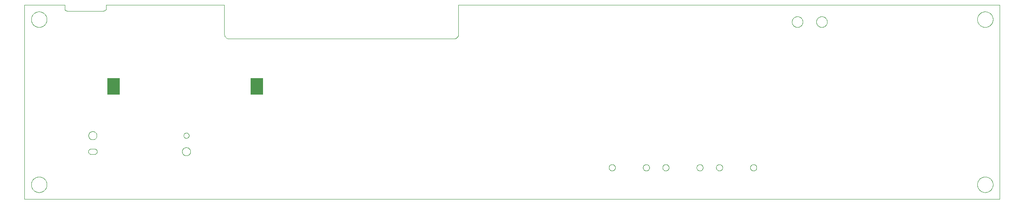
<source format=gbp>
G75*
%MOIN*%
%OFA0B0*%
%FSLAX25Y25*%
%IPPOS*%
%LPD*%
%AMOC8*
5,1,8,0,0,1.08239X$1,22.5*
%
%ADD10C,0.00000*%
%ADD11R,0.10236X0.13780*%
D10*
X0060586Y0028959D02*
X0060586Y0186439D01*
X0093066Y0186439D01*
X0093066Y0183487D01*
X0093068Y0183401D01*
X0093073Y0183315D01*
X0093083Y0183230D01*
X0093096Y0183145D01*
X0093113Y0183061D01*
X0093133Y0182977D01*
X0093157Y0182895D01*
X0093185Y0182814D01*
X0093216Y0182733D01*
X0093250Y0182655D01*
X0093288Y0182578D01*
X0093330Y0182503D01*
X0093374Y0182429D01*
X0093422Y0182358D01*
X0093473Y0182288D01*
X0093527Y0182221D01*
X0093583Y0182157D01*
X0093643Y0182095D01*
X0093705Y0182035D01*
X0093769Y0181979D01*
X0093836Y0181925D01*
X0093906Y0181874D01*
X0093977Y0181826D01*
X0094051Y0181782D01*
X0094126Y0181740D01*
X0094203Y0181702D01*
X0094281Y0181668D01*
X0094362Y0181637D01*
X0094443Y0181609D01*
X0094525Y0181585D01*
X0094609Y0181565D01*
X0094693Y0181548D01*
X0094778Y0181535D01*
X0094863Y0181525D01*
X0094949Y0181520D01*
X0095035Y0181518D01*
X0124562Y0181518D01*
X0124648Y0181520D01*
X0124734Y0181525D01*
X0124819Y0181535D01*
X0124904Y0181548D01*
X0124988Y0181565D01*
X0125072Y0181585D01*
X0125154Y0181609D01*
X0125235Y0181637D01*
X0125316Y0181668D01*
X0125394Y0181702D01*
X0125471Y0181740D01*
X0125547Y0181782D01*
X0125620Y0181826D01*
X0125691Y0181874D01*
X0125761Y0181925D01*
X0125828Y0181979D01*
X0125892Y0182035D01*
X0125954Y0182095D01*
X0126014Y0182157D01*
X0126070Y0182221D01*
X0126124Y0182288D01*
X0126175Y0182358D01*
X0126223Y0182429D01*
X0126267Y0182503D01*
X0126309Y0182578D01*
X0126347Y0182655D01*
X0126381Y0182733D01*
X0126412Y0182814D01*
X0126440Y0182895D01*
X0126464Y0182977D01*
X0126484Y0183061D01*
X0126501Y0183145D01*
X0126514Y0183230D01*
X0126524Y0183315D01*
X0126529Y0183401D01*
X0126531Y0183487D01*
X0126531Y0186439D01*
X0222003Y0186439D01*
X0222003Y0162817D01*
X0222005Y0162693D01*
X0222011Y0162570D01*
X0222020Y0162446D01*
X0222034Y0162324D01*
X0222051Y0162201D01*
X0222073Y0162079D01*
X0222098Y0161958D01*
X0222127Y0161838D01*
X0222159Y0161719D01*
X0222196Y0161600D01*
X0222236Y0161483D01*
X0222279Y0161368D01*
X0222327Y0161253D01*
X0222378Y0161141D01*
X0222432Y0161030D01*
X0222490Y0160920D01*
X0222551Y0160813D01*
X0222616Y0160707D01*
X0222684Y0160604D01*
X0222755Y0160503D01*
X0222829Y0160404D01*
X0222906Y0160307D01*
X0222987Y0160213D01*
X0223070Y0160122D01*
X0223156Y0160033D01*
X0223245Y0159947D01*
X0223336Y0159864D01*
X0223430Y0159783D01*
X0223527Y0159706D01*
X0223626Y0159632D01*
X0223727Y0159561D01*
X0223830Y0159493D01*
X0223936Y0159428D01*
X0224043Y0159367D01*
X0224153Y0159309D01*
X0224264Y0159255D01*
X0224376Y0159204D01*
X0224491Y0159156D01*
X0224606Y0159113D01*
X0224723Y0159073D01*
X0224842Y0159036D01*
X0224961Y0159004D01*
X0225081Y0158975D01*
X0225202Y0158950D01*
X0225324Y0158928D01*
X0225447Y0158911D01*
X0225569Y0158897D01*
X0225693Y0158888D01*
X0225816Y0158882D01*
X0225940Y0158880D01*
X0407043Y0158880D01*
X0407167Y0158882D01*
X0407290Y0158888D01*
X0407414Y0158897D01*
X0407536Y0158911D01*
X0407659Y0158928D01*
X0407781Y0158950D01*
X0407902Y0158975D01*
X0408022Y0159004D01*
X0408141Y0159036D01*
X0408260Y0159073D01*
X0408377Y0159113D01*
X0408492Y0159156D01*
X0408607Y0159204D01*
X0408719Y0159255D01*
X0408830Y0159309D01*
X0408940Y0159367D01*
X0409047Y0159428D01*
X0409153Y0159493D01*
X0409256Y0159561D01*
X0409357Y0159632D01*
X0409456Y0159706D01*
X0409553Y0159783D01*
X0409647Y0159864D01*
X0409738Y0159947D01*
X0409827Y0160033D01*
X0409913Y0160122D01*
X0409996Y0160213D01*
X0410077Y0160307D01*
X0410154Y0160404D01*
X0410228Y0160503D01*
X0410299Y0160604D01*
X0410367Y0160707D01*
X0410432Y0160813D01*
X0410493Y0160920D01*
X0410551Y0161030D01*
X0410605Y0161141D01*
X0410656Y0161253D01*
X0410704Y0161368D01*
X0410747Y0161483D01*
X0410787Y0161600D01*
X0410824Y0161719D01*
X0410856Y0161838D01*
X0410885Y0161958D01*
X0410910Y0162079D01*
X0410932Y0162201D01*
X0410949Y0162324D01*
X0410963Y0162446D01*
X0410972Y0162570D01*
X0410978Y0162693D01*
X0410980Y0162817D01*
X0410980Y0186439D01*
X0847987Y0186439D01*
X0847987Y0028959D01*
X0060586Y0028959D01*
X0066098Y0040770D02*
X0066100Y0040928D01*
X0066106Y0041086D01*
X0066116Y0041244D01*
X0066130Y0041402D01*
X0066148Y0041559D01*
X0066169Y0041716D01*
X0066195Y0041872D01*
X0066225Y0042028D01*
X0066258Y0042183D01*
X0066296Y0042336D01*
X0066337Y0042489D01*
X0066382Y0042641D01*
X0066431Y0042792D01*
X0066484Y0042941D01*
X0066540Y0043089D01*
X0066600Y0043235D01*
X0066664Y0043380D01*
X0066732Y0043523D01*
X0066803Y0043665D01*
X0066877Y0043805D01*
X0066955Y0043942D01*
X0067037Y0044078D01*
X0067121Y0044212D01*
X0067210Y0044343D01*
X0067301Y0044472D01*
X0067396Y0044599D01*
X0067493Y0044724D01*
X0067594Y0044846D01*
X0067698Y0044965D01*
X0067805Y0045082D01*
X0067915Y0045196D01*
X0068028Y0045307D01*
X0068143Y0045416D01*
X0068261Y0045521D01*
X0068382Y0045623D01*
X0068505Y0045723D01*
X0068631Y0045819D01*
X0068759Y0045912D01*
X0068889Y0046002D01*
X0069022Y0046088D01*
X0069157Y0046172D01*
X0069293Y0046251D01*
X0069432Y0046328D01*
X0069573Y0046400D01*
X0069715Y0046470D01*
X0069859Y0046535D01*
X0070005Y0046597D01*
X0070152Y0046655D01*
X0070301Y0046710D01*
X0070451Y0046761D01*
X0070602Y0046808D01*
X0070754Y0046851D01*
X0070907Y0046890D01*
X0071062Y0046926D01*
X0071217Y0046957D01*
X0071373Y0046985D01*
X0071529Y0047009D01*
X0071686Y0047029D01*
X0071844Y0047045D01*
X0072001Y0047057D01*
X0072160Y0047065D01*
X0072318Y0047069D01*
X0072476Y0047069D01*
X0072634Y0047065D01*
X0072793Y0047057D01*
X0072950Y0047045D01*
X0073108Y0047029D01*
X0073265Y0047009D01*
X0073421Y0046985D01*
X0073577Y0046957D01*
X0073732Y0046926D01*
X0073887Y0046890D01*
X0074040Y0046851D01*
X0074192Y0046808D01*
X0074343Y0046761D01*
X0074493Y0046710D01*
X0074642Y0046655D01*
X0074789Y0046597D01*
X0074935Y0046535D01*
X0075079Y0046470D01*
X0075221Y0046400D01*
X0075362Y0046328D01*
X0075501Y0046251D01*
X0075637Y0046172D01*
X0075772Y0046088D01*
X0075905Y0046002D01*
X0076035Y0045912D01*
X0076163Y0045819D01*
X0076289Y0045723D01*
X0076412Y0045623D01*
X0076533Y0045521D01*
X0076651Y0045416D01*
X0076766Y0045307D01*
X0076879Y0045196D01*
X0076989Y0045082D01*
X0077096Y0044965D01*
X0077200Y0044846D01*
X0077301Y0044724D01*
X0077398Y0044599D01*
X0077493Y0044472D01*
X0077584Y0044343D01*
X0077673Y0044212D01*
X0077757Y0044078D01*
X0077839Y0043942D01*
X0077917Y0043805D01*
X0077991Y0043665D01*
X0078062Y0043523D01*
X0078130Y0043380D01*
X0078194Y0043235D01*
X0078254Y0043089D01*
X0078310Y0042941D01*
X0078363Y0042792D01*
X0078412Y0042641D01*
X0078457Y0042489D01*
X0078498Y0042336D01*
X0078536Y0042183D01*
X0078569Y0042028D01*
X0078599Y0041872D01*
X0078625Y0041716D01*
X0078646Y0041559D01*
X0078664Y0041402D01*
X0078678Y0041244D01*
X0078688Y0041086D01*
X0078694Y0040928D01*
X0078696Y0040770D01*
X0078694Y0040612D01*
X0078688Y0040454D01*
X0078678Y0040296D01*
X0078664Y0040138D01*
X0078646Y0039981D01*
X0078625Y0039824D01*
X0078599Y0039668D01*
X0078569Y0039512D01*
X0078536Y0039357D01*
X0078498Y0039204D01*
X0078457Y0039051D01*
X0078412Y0038899D01*
X0078363Y0038748D01*
X0078310Y0038599D01*
X0078254Y0038451D01*
X0078194Y0038305D01*
X0078130Y0038160D01*
X0078062Y0038017D01*
X0077991Y0037875D01*
X0077917Y0037735D01*
X0077839Y0037598D01*
X0077757Y0037462D01*
X0077673Y0037328D01*
X0077584Y0037197D01*
X0077493Y0037068D01*
X0077398Y0036941D01*
X0077301Y0036816D01*
X0077200Y0036694D01*
X0077096Y0036575D01*
X0076989Y0036458D01*
X0076879Y0036344D01*
X0076766Y0036233D01*
X0076651Y0036124D01*
X0076533Y0036019D01*
X0076412Y0035917D01*
X0076289Y0035817D01*
X0076163Y0035721D01*
X0076035Y0035628D01*
X0075905Y0035538D01*
X0075772Y0035452D01*
X0075637Y0035368D01*
X0075501Y0035289D01*
X0075362Y0035212D01*
X0075221Y0035140D01*
X0075079Y0035070D01*
X0074935Y0035005D01*
X0074789Y0034943D01*
X0074642Y0034885D01*
X0074493Y0034830D01*
X0074343Y0034779D01*
X0074192Y0034732D01*
X0074040Y0034689D01*
X0073887Y0034650D01*
X0073732Y0034614D01*
X0073577Y0034583D01*
X0073421Y0034555D01*
X0073265Y0034531D01*
X0073108Y0034511D01*
X0072950Y0034495D01*
X0072793Y0034483D01*
X0072634Y0034475D01*
X0072476Y0034471D01*
X0072318Y0034471D01*
X0072160Y0034475D01*
X0072001Y0034483D01*
X0071844Y0034495D01*
X0071686Y0034511D01*
X0071529Y0034531D01*
X0071373Y0034555D01*
X0071217Y0034583D01*
X0071062Y0034614D01*
X0070907Y0034650D01*
X0070754Y0034689D01*
X0070602Y0034732D01*
X0070451Y0034779D01*
X0070301Y0034830D01*
X0070152Y0034885D01*
X0070005Y0034943D01*
X0069859Y0035005D01*
X0069715Y0035070D01*
X0069573Y0035140D01*
X0069432Y0035212D01*
X0069293Y0035289D01*
X0069157Y0035368D01*
X0069022Y0035452D01*
X0068889Y0035538D01*
X0068759Y0035628D01*
X0068631Y0035721D01*
X0068505Y0035817D01*
X0068382Y0035917D01*
X0068261Y0036019D01*
X0068143Y0036124D01*
X0068028Y0036233D01*
X0067915Y0036344D01*
X0067805Y0036458D01*
X0067698Y0036575D01*
X0067594Y0036694D01*
X0067493Y0036816D01*
X0067396Y0036941D01*
X0067301Y0037068D01*
X0067210Y0037197D01*
X0067121Y0037328D01*
X0067037Y0037462D01*
X0066955Y0037598D01*
X0066877Y0037735D01*
X0066803Y0037875D01*
X0066732Y0038017D01*
X0066664Y0038160D01*
X0066600Y0038305D01*
X0066540Y0038451D01*
X0066484Y0038599D01*
X0066431Y0038748D01*
X0066382Y0038899D01*
X0066337Y0039051D01*
X0066296Y0039204D01*
X0066258Y0039357D01*
X0066225Y0039512D01*
X0066195Y0039668D01*
X0066169Y0039824D01*
X0066148Y0039981D01*
X0066130Y0040138D01*
X0066116Y0040296D01*
X0066106Y0040454D01*
X0066100Y0040612D01*
X0066098Y0040770D01*
X0114326Y0065376D02*
X0117082Y0065376D01*
X0117082Y0065377D02*
X0117174Y0065379D01*
X0117266Y0065385D01*
X0117357Y0065395D01*
X0117448Y0065408D01*
X0117538Y0065426D01*
X0117628Y0065447D01*
X0117716Y0065472D01*
X0117803Y0065501D01*
X0117889Y0065533D01*
X0117974Y0065569D01*
X0118057Y0065609D01*
X0118138Y0065652D01*
X0118217Y0065698D01*
X0118294Y0065748D01*
X0118369Y0065801D01*
X0118442Y0065858D01*
X0118512Y0065917D01*
X0118580Y0065979D01*
X0118645Y0066044D01*
X0118707Y0066112D01*
X0118766Y0066182D01*
X0118823Y0066255D01*
X0118876Y0066330D01*
X0118926Y0066407D01*
X0118972Y0066486D01*
X0119015Y0066567D01*
X0119055Y0066650D01*
X0119091Y0066735D01*
X0119123Y0066821D01*
X0119152Y0066908D01*
X0119177Y0066996D01*
X0119198Y0067086D01*
X0119216Y0067176D01*
X0119229Y0067267D01*
X0119239Y0067358D01*
X0119245Y0067450D01*
X0119247Y0067542D01*
X0119245Y0067634D01*
X0119239Y0067726D01*
X0119229Y0067817D01*
X0119216Y0067908D01*
X0119198Y0067998D01*
X0119177Y0068088D01*
X0119152Y0068176D01*
X0119123Y0068263D01*
X0119091Y0068349D01*
X0119055Y0068434D01*
X0119015Y0068517D01*
X0118972Y0068598D01*
X0118926Y0068677D01*
X0118876Y0068754D01*
X0118823Y0068829D01*
X0118766Y0068902D01*
X0118707Y0068972D01*
X0118645Y0069040D01*
X0118580Y0069105D01*
X0118512Y0069167D01*
X0118442Y0069226D01*
X0118369Y0069283D01*
X0118294Y0069336D01*
X0118217Y0069386D01*
X0118138Y0069432D01*
X0118057Y0069475D01*
X0117974Y0069515D01*
X0117889Y0069551D01*
X0117803Y0069583D01*
X0117716Y0069612D01*
X0117628Y0069637D01*
X0117538Y0069658D01*
X0117448Y0069676D01*
X0117357Y0069689D01*
X0117266Y0069699D01*
X0117174Y0069705D01*
X0117082Y0069707D01*
X0114326Y0069707D01*
X0114326Y0069708D02*
X0114234Y0069702D01*
X0114143Y0069692D01*
X0114052Y0069678D01*
X0113962Y0069660D01*
X0113873Y0069639D01*
X0113784Y0069613D01*
X0113697Y0069584D01*
X0113611Y0069552D01*
X0113527Y0069516D01*
X0113444Y0069476D01*
X0113363Y0069433D01*
X0113284Y0069386D01*
X0113207Y0069336D01*
X0113132Y0069283D01*
X0113059Y0069226D01*
X0112989Y0069167D01*
X0112922Y0069105D01*
X0112857Y0069040D01*
X0112795Y0068972D01*
X0112735Y0068902D01*
X0112679Y0068829D01*
X0112626Y0068754D01*
X0112577Y0068677D01*
X0112530Y0068598D01*
X0112487Y0068516D01*
X0112448Y0068433D01*
X0112412Y0068349D01*
X0112379Y0068263D01*
X0112351Y0068176D01*
X0112326Y0068087D01*
X0112304Y0067998D01*
X0112287Y0067908D01*
X0112273Y0067817D01*
X0112264Y0067726D01*
X0112258Y0067634D01*
X0112256Y0067542D01*
X0112258Y0067450D01*
X0112264Y0067358D01*
X0112273Y0067267D01*
X0112287Y0067176D01*
X0112304Y0067086D01*
X0112326Y0066997D01*
X0112351Y0066908D01*
X0112379Y0066821D01*
X0112412Y0066735D01*
X0112448Y0066651D01*
X0112487Y0066568D01*
X0112530Y0066486D01*
X0112577Y0066407D01*
X0112626Y0066330D01*
X0112679Y0066255D01*
X0112735Y0066182D01*
X0112795Y0066112D01*
X0112857Y0066044D01*
X0112922Y0065979D01*
X0112989Y0065917D01*
X0113059Y0065858D01*
X0113132Y0065801D01*
X0113207Y0065748D01*
X0113284Y0065698D01*
X0113363Y0065651D01*
X0113444Y0065608D01*
X0113527Y0065568D01*
X0113611Y0065532D01*
X0113697Y0065500D01*
X0113784Y0065471D01*
X0113873Y0065445D01*
X0113962Y0065424D01*
X0114052Y0065406D01*
X0114143Y0065392D01*
X0114234Y0065382D01*
X0114326Y0065376D01*
X0112358Y0080534D02*
X0112360Y0080649D01*
X0112366Y0080765D01*
X0112376Y0080880D01*
X0112390Y0080995D01*
X0112408Y0081109D01*
X0112430Y0081222D01*
X0112455Y0081335D01*
X0112485Y0081446D01*
X0112518Y0081557D01*
X0112555Y0081666D01*
X0112596Y0081774D01*
X0112641Y0081881D01*
X0112689Y0081986D01*
X0112741Y0082089D01*
X0112797Y0082190D01*
X0112856Y0082290D01*
X0112918Y0082387D01*
X0112984Y0082482D01*
X0113052Y0082575D01*
X0113124Y0082665D01*
X0113199Y0082753D01*
X0113278Y0082838D01*
X0113359Y0082920D01*
X0113442Y0083000D01*
X0113529Y0083076D01*
X0113618Y0083150D01*
X0113709Y0083220D01*
X0113803Y0083288D01*
X0113899Y0083352D01*
X0113998Y0083412D01*
X0114098Y0083469D01*
X0114200Y0083523D01*
X0114304Y0083573D01*
X0114410Y0083620D01*
X0114517Y0083663D01*
X0114626Y0083702D01*
X0114736Y0083737D01*
X0114847Y0083768D01*
X0114959Y0083796D01*
X0115072Y0083820D01*
X0115186Y0083840D01*
X0115301Y0083856D01*
X0115416Y0083868D01*
X0115531Y0083876D01*
X0115646Y0083880D01*
X0115762Y0083880D01*
X0115877Y0083876D01*
X0115992Y0083868D01*
X0116107Y0083856D01*
X0116222Y0083840D01*
X0116336Y0083820D01*
X0116449Y0083796D01*
X0116561Y0083768D01*
X0116672Y0083737D01*
X0116782Y0083702D01*
X0116891Y0083663D01*
X0116998Y0083620D01*
X0117104Y0083573D01*
X0117208Y0083523D01*
X0117310Y0083469D01*
X0117410Y0083412D01*
X0117509Y0083352D01*
X0117605Y0083288D01*
X0117699Y0083220D01*
X0117790Y0083150D01*
X0117879Y0083076D01*
X0117966Y0083000D01*
X0118049Y0082920D01*
X0118130Y0082838D01*
X0118209Y0082753D01*
X0118284Y0082665D01*
X0118356Y0082575D01*
X0118424Y0082482D01*
X0118490Y0082387D01*
X0118552Y0082290D01*
X0118611Y0082190D01*
X0118667Y0082089D01*
X0118719Y0081986D01*
X0118767Y0081881D01*
X0118812Y0081774D01*
X0118853Y0081666D01*
X0118890Y0081557D01*
X0118923Y0081446D01*
X0118953Y0081335D01*
X0118978Y0081222D01*
X0119000Y0081109D01*
X0119018Y0080995D01*
X0119032Y0080880D01*
X0119042Y0080765D01*
X0119048Y0080649D01*
X0119050Y0080534D01*
X0119048Y0080419D01*
X0119042Y0080303D01*
X0119032Y0080188D01*
X0119018Y0080073D01*
X0119000Y0079959D01*
X0118978Y0079846D01*
X0118953Y0079733D01*
X0118923Y0079622D01*
X0118890Y0079511D01*
X0118853Y0079402D01*
X0118812Y0079294D01*
X0118767Y0079187D01*
X0118719Y0079082D01*
X0118667Y0078979D01*
X0118611Y0078878D01*
X0118552Y0078778D01*
X0118490Y0078681D01*
X0118424Y0078586D01*
X0118356Y0078493D01*
X0118284Y0078403D01*
X0118209Y0078315D01*
X0118130Y0078230D01*
X0118049Y0078148D01*
X0117966Y0078068D01*
X0117879Y0077992D01*
X0117790Y0077918D01*
X0117699Y0077848D01*
X0117605Y0077780D01*
X0117509Y0077716D01*
X0117410Y0077656D01*
X0117310Y0077599D01*
X0117208Y0077545D01*
X0117104Y0077495D01*
X0116998Y0077448D01*
X0116891Y0077405D01*
X0116782Y0077366D01*
X0116672Y0077331D01*
X0116561Y0077300D01*
X0116449Y0077272D01*
X0116336Y0077248D01*
X0116222Y0077228D01*
X0116107Y0077212D01*
X0115992Y0077200D01*
X0115877Y0077192D01*
X0115762Y0077188D01*
X0115646Y0077188D01*
X0115531Y0077192D01*
X0115416Y0077200D01*
X0115301Y0077212D01*
X0115186Y0077228D01*
X0115072Y0077248D01*
X0114959Y0077272D01*
X0114847Y0077300D01*
X0114736Y0077331D01*
X0114626Y0077366D01*
X0114517Y0077405D01*
X0114410Y0077448D01*
X0114304Y0077495D01*
X0114200Y0077545D01*
X0114098Y0077599D01*
X0113998Y0077656D01*
X0113899Y0077716D01*
X0113803Y0077780D01*
X0113709Y0077848D01*
X0113618Y0077918D01*
X0113529Y0077992D01*
X0113442Y0078068D01*
X0113359Y0078148D01*
X0113278Y0078230D01*
X0113199Y0078315D01*
X0113124Y0078403D01*
X0113052Y0078493D01*
X0112984Y0078586D01*
X0112918Y0078681D01*
X0112856Y0078778D01*
X0112797Y0078878D01*
X0112741Y0078979D01*
X0112689Y0079082D01*
X0112641Y0079187D01*
X0112596Y0079294D01*
X0112555Y0079402D01*
X0112518Y0079511D01*
X0112485Y0079622D01*
X0112455Y0079733D01*
X0112430Y0079846D01*
X0112408Y0079959D01*
X0112390Y0080073D01*
X0112376Y0080188D01*
X0112366Y0080303D01*
X0112360Y0080419D01*
X0112358Y0080534D01*
X0189130Y0080534D02*
X0189132Y0080627D01*
X0189138Y0080719D01*
X0189148Y0080811D01*
X0189162Y0080902D01*
X0189179Y0080993D01*
X0189201Y0081083D01*
X0189226Y0081172D01*
X0189255Y0081260D01*
X0189288Y0081346D01*
X0189325Y0081431D01*
X0189365Y0081515D01*
X0189409Y0081596D01*
X0189456Y0081676D01*
X0189506Y0081754D01*
X0189560Y0081829D01*
X0189617Y0081902D01*
X0189677Y0081972D01*
X0189740Y0082040D01*
X0189806Y0082105D01*
X0189874Y0082167D01*
X0189945Y0082227D01*
X0190019Y0082283D01*
X0190095Y0082336D01*
X0190173Y0082385D01*
X0190253Y0082432D01*
X0190335Y0082474D01*
X0190419Y0082514D01*
X0190504Y0082549D01*
X0190591Y0082581D01*
X0190679Y0082610D01*
X0190768Y0082634D01*
X0190858Y0082655D01*
X0190949Y0082671D01*
X0191041Y0082684D01*
X0191133Y0082693D01*
X0191226Y0082698D01*
X0191318Y0082699D01*
X0191411Y0082696D01*
X0191503Y0082689D01*
X0191595Y0082678D01*
X0191686Y0082663D01*
X0191777Y0082645D01*
X0191867Y0082622D01*
X0191955Y0082596D01*
X0192043Y0082566D01*
X0192129Y0082532D01*
X0192213Y0082495D01*
X0192296Y0082453D01*
X0192377Y0082409D01*
X0192457Y0082361D01*
X0192534Y0082310D01*
X0192608Y0082255D01*
X0192681Y0082197D01*
X0192751Y0082137D01*
X0192818Y0082073D01*
X0192882Y0082007D01*
X0192944Y0081937D01*
X0193002Y0081866D01*
X0193057Y0081792D01*
X0193109Y0081715D01*
X0193158Y0081636D01*
X0193204Y0081556D01*
X0193246Y0081473D01*
X0193284Y0081389D01*
X0193319Y0081303D01*
X0193350Y0081216D01*
X0193377Y0081128D01*
X0193400Y0081038D01*
X0193420Y0080948D01*
X0193436Y0080857D01*
X0193448Y0080765D01*
X0193456Y0080673D01*
X0193460Y0080580D01*
X0193460Y0080488D01*
X0193456Y0080395D01*
X0193448Y0080303D01*
X0193436Y0080211D01*
X0193420Y0080120D01*
X0193400Y0080030D01*
X0193377Y0079940D01*
X0193350Y0079852D01*
X0193319Y0079765D01*
X0193284Y0079679D01*
X0193246Y0079595D01*
X0193204Y0079512D01*
X0193158Y0079432D01*
X0193109Y0079353D01*
X0193057Y0079276D01*
X0193002Y0079202D01*
X0192944Y0079131D01*
X0192882Y0079061D01*
X0192818Y0078995D01*
X0192751Y0078931D01*
X0192681Y0078871D01*
X0192608Y0078813D01*
X0192534Y0078758D01*
X0192457Y0078707D01*
X0192378Y0078659D01*
X0192296Y0078615D01*
X0192213Y0078573D01*
X0192129Y0078536D01*
X0192043Y0078502D01*
X0191955Y0078472D01*
X0191867Y0078446D01*
X0191777Y0078423D01*
X0191686Y0078405D01*
X0191595Y0078390D01*
X0191503Y0078379D01*
X0191411Y0078372D01*
X0191318Y0078369D01*
X0191226Y0078370D01*
X0191133Y0078375D01*
X0191041Y0078384D01*
X0190949Y0078397D01*
X0190858Y0078413D01*
X0190768Y0078434D01*
X0190679Y0078458D01*
X0190591Y0078487D01*
X0190504Y0078519D01*
X0190419Y0078554D01*
X0190335Y0078594D01*
X0190253Y0078636D01*
X0190173Y0078683D01*
X0190095Y0078732D01*
X0190019Y0078785D01*
X0189945Y0078841D01*
X0189874Y0078901D01*
X0189806Y0078963D01*
X0189740Y0079028D01*
X0189677Y0079096D01*
X0189617Y0079166D01*
X0189560Y0079239D01*
X0189506Y0079314D01*
X0189456Y0079392D01*
X0189409Y0079472D01*
X0189365Y0079553D01*
X0189325Y0079637D01*
X0189288Y0079722D01*
X0189255Y0079808D01*
X0189226Y0079896D01*
X0189201Y0079985D01*
X0189179Y0080075D01*
X0189162Y0080166D01*
X0189148Y0080257D01*
X0189138Y0080349D01*
X0189132Y0080441D01*
X0189130Y0080534D01*
X0187949Y0067542D02*
X0187951Y0067657D01*
X0187957Y0067773D01*
X0187967Y0067888D01*
X0187981Y0068003D01*
X0187999Y0068117D01*
X0188021Y0068230D01*
X0188046Y0068343D01*
X0188076Y0068454D01*
X0188109Y0068565D01*
X0188146Y0068674D01*
X0188187Y0068782D01*
X0188232Y0068889D01*
X0188280Y0068994D01*
X0188332Y0069097D01*
X0188388Y0069198D01*
X0188447Y0069298D01*
X0188509Y0069395D01*
X0188575Y0069490D01*
X0188643Y0069583D01*
X0188715Y0069673D01*
X0188790Y0069761D01*
X0188869Y0069846D01*
X0188950Y0069928D01*
X0189033Y0070008D01*
X0189120Y0070084D01*
X0189209Y0070158D01*
X0189300Y0070228D01*
X0189394Y0070296D01*
X0189490Y0070360D01*
X0189589Y0070420D01*
X0189689Y0070477D01*
X0189791Y0070531D01*
X0189895Y0070581D01*
X0190001Y0070628D01*
X0190108Y0070671D01*
X0190217Y0070710D01*
X0190327Y0070745D01*
X0190438Y0070776D01*
X0190550Y0070804D01*
X0190663Y0070828D01*
X0190777Y0070848D01*
X0190892Y0070864D01*
X0191007Y0070876D01*
X0191122Y0070884D01*
X0191237Y0070888D01*
X0191353Y0070888D01*
X0191468Y0070884D01*
X0191583Y0070876D01*
X0191698Y0070864D01*
X0191813Y0070848D01*
X0191927Y0070828D01*
X0192040Y0070804D01*
X0192152Y0070776D01*
X0192263Y0070745D01*
X0192373Y0070710D01*
X0192482Y0070671D01*
X0192589Y0070628D01*
X0192695Y0070581D01*
X0192799Y0070531D01*
X0192901Y0070477D01*
X0193001Y0070420D01*
X0193100Y0070360D01*
X0193196Y0070296D01*
X0193290Y0070228D01*
X0193381Y0070158D01*
X0193470Y0070084D01*
X0193557Y0070008D01*
X0193640Y0069928D01*
X0193721Y0069846D01*
X0193800Y0069761D01*
X0193875Y0069673D01*
X0193947Y0069583D01*
X0194015Y0069490D01*
X0194081Y0069395D01*
X0194143Y0069298D01*
X0194202Y0069198D01*
X0194258Y0069097D01*
X0194310Y0068994D01*
X0194358Y0068889D01*
X0194403Y0068782D01*
X0194444Y0068674D01*
X0194481Y0068565D01*
X0194514Y0068454D01*
X0194544Y0068343D01*
X0194569Y0068230D01*
X0194591Y0068117D01*
X0194609Y0068003D01*
X0194623Y0067888D01*
X0194633Y0067773D01*
X0194639Y0067657D01*
X0194641Y0067542D01*
X0194639Y0067427D01*
X0194633Y0067311D01*
X0194623Y0067196D01*
X0194609Y0067081D01*
X0194591Y0066967D01*
X0194569Y0066854D01*
X0194544Y0066741D01*
X0194514Y0066630D01*
X0194481Y0066519D01*
X0194444Y0066410D01*
X0194403Y0066302D01*
X0194358Y0066195D01*
X0194310Y0066090D01*
X0194258Y0065987D01*
X0194202Y0065886D01*
X0194143Y0065786D01*
X0194081Y0065689D01*
X0194015Y0065594D01*
X0193947Y0065501D01*
X0193875Y0065411D01*
X0193800Y0065323D01*
X0193721Y0065238D01*
X0193640Y0065156D01*
X0193557Y0065076D01*
X0193470Y0065000D01*
X0193381Y0064926D01*
X0193290Y0064856D01*
X0193196Y0064788D01*
X0193100Y0064724D01*
X0193001Y0064664D01*
X0192901Y0064607D01*
X0192799Y0064553D01*
X0192695Y0064503D01*
X0192589Y0064456D01*
X0192482Y0064413D01*
X0192373Y0064374D01*
X0192263Y0064339D01*
X0192152Y0064308D01*
X0192040Y0064280D01*
X0191927Y0064256D01*
X0191813Y0064236D01*
X0191698Y0064220D01*
X0191583Y0064208D01*
X0191468Y0064200D01*
X0191353Y0064196D01*
X0191237Y0064196D01*
X0191122Y0064200D01*
X0191007Y0064208D01*
X0190892Y0064220D01*
X0190777Y0064236D01*
X0190663Y0064256D01*
X0190550Y0064280D01*
X0190438Y0064308D01*
X0190327Y0064339D01*
X0190217Y0064374D01*
X0190108Y0064413D01*
X0190001Y0064456D01*
X0189895Y0064503D01*
X0189791Y0064553D01*
X0189689Y0064607D01*
X0189589Y0064664D01*
X0189490Y0064724D01*
X0189394Y0064788D01*
X0189300Y0064856D01*
X0189209Y0064926D01*
X0189120Y0065000D01*
X0189033Y0065076D01*
X0188950Y0065156D01*
X0188869Y0065238D01*
X0188790Y0065323D01*
X0188715Y0065411D01*
X0188643Y0065501D01*
X0188575Y0065594D01*
X0188509Y0065689D01*
X0188447Y0065786D01*
X0188388Y0065886D01*
X0188332Y0065987D01*
X0188280Y0066090D01*
X0188232Y0066195D01*
X0188187Y0066302D01*
X0188146Y0066410D01*
X0188109Y0066519D01*
X0188076Y0066630D01*
X0188046Y0066741D01*
X0188021Y0066854D01*
X0187999Y0066967D01*
X0187981Y0067081D01*
X0187967Y0067196D01*
X0187957Y0067311D01*
X0187951Y0067427D01*
X0187949Y0067542D01*
X0066098Y0174628D02*
X0066100Y0174786D01*
X0066106Y0174944D01*
X0066116Y0175102D01*
X0066130Y0175260D01*
X0066148Y0175417D01*
X0066169Y0175574D01*
X0066195Y0175730D01*
X0066225Y0175886D01*
X0066258Y0176041D01*
X0066296Y0176194D01*
X0066337Y0176347D01*
X0066382Y0176499D01*
X0066431Y0176650D01*
X0066484Y0176799D01*
X0066540Y0176947D01*
X0066600Y0177093D01*
X0066664Y0177238D01*
X0066732Y0177381D01*
X0066803Y0177523D01*
X0066877Y0177663D01*
X0066955Y0177800D01*
X0067037Y0177936D01*
X0067121Y0178070D01*
X0067210Y0178201D01*
X0067301Y0178330D01*
X0067396Y0178457D01*
X0067493Y0178582D01*
X0067594Y0178704D01*
X0067698Y0178823D01*
X0067805Y0178940D01*
X0067915Y0179054D01*
X0068028Y0179165D01*
X0068143Y0179274D01*
X0068261Y0179379D01*
X0068382Y0179481D01*
X0068505Y0179581D01*
X0068631Y0179677D01*
X0068759Y0179770D01*
X0068889Y0179860D01*
X0069022Y0179946D01*
X0069157Y0180030D01*
X0069293Y0180109D01*
X0069432Y0180186D01*
X0069573Y0180258D01*
X0069715Y0180328D01*
X0069859Y0180393D01*
X0070005Y0180455D01*
X0070152Y0180513D01*
X0070301Y0180568D01*
X0070451Y0180619D01*
X0070602Y0180666D01*
X0070754Y0180709D01*
X0070907Y0180748D01*
X0071062Y0180784D01*
X0071217Y0180815D01*
X0071373Y0180843D01*
X0071529Y0180867D01*
X0071686Y0180887D01*
X0071844Y0180903D01*
X0072001Y0180915D01*
X0072160Y0180923D01*
X0072318Y0180927D01*
X0072476Y0180927D01*
X0072634Y0180923D01*
X0072793Y0180915D01*
X0072950Y0180903D01*
X0073108Y0180887D01*
X0073265Y0180867D01*
X0073421Y0180843D01*
X0073577Y0180815D01*
X0073732Y0180784D01*
X0073887Y0180748D01*
X0074040Y0180709D01*
X0074192Y0180666D01*
X0074343Y0180619D01*
X0074493Y0180568D01*
X0074642Y0180513D01*
X0074789Y0180455D01*
X0074935Y0180393D01*
X0075079Y0180328D01*
X0075221Y0180258D01*
X0075362Y0180186D01*
X0075501Y0180109D01*
X0075637Y0180030D01*
X0075772Y0179946D01*
X0075905Y0179860D01*
X0076035Y0179770D01*
X0076163Y0179677D01*
X0076289Y0179581D01*
X0076412Y0179481D01*
X0076533Y0179379D01*
X0076651Y0179274D01*
X0076766Y0179165D01*
X0076879Y0179054D01*
X0076989Y0178940D01*
X0077096Y0178823D01*
X0077200Y0178704D01*
X0077301Y0178582D01*
X0077398Y0178457D01*
X0077493Y0178330D01*
X0077584Y0178201D01*
X0077673Y0178070D01*
X0077757Y0177936D01*
X0077839Y0177800D01*
X0077917Y0177663D01*
X0077991Y0177523D01*
X0078062Y0177381D01*
X0078130Y0177238D01*
X0078194Y0177093D01*
X0078254Y0176947D01*
X0078310Y0176799D01*
X0078363Y0176650D01*
X0078412Y0176499D01*
X0078457Y0176347D01*
X0078498Y0176194D01*
X0078536Y0176041D01*
X0078569Y0175886D01*
X0078599Y0175730D01*
X0078625Y0175574D01*
X0078646Y0175417D01*
X0078664Y0175260D01*
X0078678Y0175102D01*
X0078688Y0174944D01*
X0078694Y0174786D01*
X0078696Y0174628D01*
X0078694Y0174470D01*
X0078688Y0174312D01*
X0078678Y0174154D01*
X0078664Y0173996D01*
X0078646Y0173839D01*
X0078625Y0173682D01*
X0078599Y0173526D01*
X0078569Y0173370D01*
X0078536Y0173215D01*
X0078498Y0173062D01*
X0078457Y0172909D01*
X0078412Y0172757D01*
X0078363Y0172606D01*
X0078310Y0172457D01*
X0078254Y0172309D01*
X0078194Y0172163D01*
X0078130Y0172018D01*
X0078062Y0171875D01*
X0077991Y0171733D01*
X0077917Y0171593D01*
X0077839Y0171456D01*
X0077757Y0171320D01*
X0077673Y0171186D01*
X0077584Y0171055D01*
X0077493Y0170926D01*
X0077398Y0170799D01*
X0077301Y0170674D01*
X0077200Y0170552D01*
X0077096Y0170433D01*
X0076989Y0170316D01*
X0076879Y0170202D01*
X0076766Y0170091D01*
X0076651Y0169982D01*
X0076533Y0169877D01*
X0076412Y0169775D01*
X0076289Y0169675D01*
X0076163Y0169579D01*
X0076035Y0169486D01*
X0075905Y0169396D01*
X0075772Y0169310D01*
X0075637Y0169226D01*
X0075501Y0169147D01*
X0075362Y0169070D01*
X0075221Y0168998D01*
X0075079Y0168928D01*
X0074935Y0168863D01*
X0074789Y0168801D01*
X0074642Y0168743D01*
X0074493Y0168688D01*
X0074343Y0168637D01*
X0074192Y0168590D01*
X0074040Y0168547D01*
X0073887Y0168508D01*
X0073732Y0168472D01*
X0073577Y0168441D01*
X0073421Y0168413D01*
X0073265Y0168389D01*
X0073108Y0168369D01*
X0072950Y0168353D01*
X0072793Y0168341D01*
X0072634Y0168333D01*
X0072476Y0168329D01*
X0072318Y0168329D01*
X0072160Y0168333D01*
X0072001Y0168341D01*
X0071844Y0168353D01*
X0071686Y0168369D01*
X0071529Y0168389D01*
X0071373Y0168413D01*
X0071217Y0168441D01*
X0071062Y0168472D01*
X0070907Y0168508D01*
X0070754Y0168547D01*
X0070602Y0168590D01*
X0070451Y0168637D01*
X0070301Y0168688D01*
X0070152Y0168743D01*
X0070005Y0168801D01*
X0069859Y0168863D01*
X0069715Y0168928D01*
X0069573Y0168998D01*
X0069432Y0169070D01*
X0069293Y0169147D01*
X0069157Y0169226D01*
X0069022Y0169310D01*
X0068889Y0169396D01*
X0068759Y0169486D01*
X0068631Y0169579D01*
X0068505Y0169675D01*
X0068382Y0169775D01*
X0068261Y0169877D01*
X0068143Y0169982D01*
X0068028Y0170091D01*
X0067915Y0170202D01*
X0067805Y0170316D01*
X0067698Y0170433D01*
X0067594Y0170552D01*
X0067493Y0170674D01*
X0067396Y0170799D01*
X0067301Y0170926D01*
X0067210Y0171055D01*
X0067121Y0171186D01*
X0067037Y0171320D01*
X0066955Y0171456D01*
X0066877Y0171593D01*
X0066803Y0171733D01*
X0066732Y0171875D01*
X0066664Y0172018D01*
X0066600Y0172163D01*
X0066540Y0172309D01*
X0066484Y0172457D01*
X0066431Y0172606D01*
X0066382Y0172757D01*
X0066337Y0172909D01*
X0066296Y0173062D01*
X0066258Y0173215D01*
X0066225Y0173370D01*
X0066195Y0173526D01*
X0066169Y0173682D01*
X0066148Y0173839D01*
X0066130Y0173996D01*
X0066116Y0174154D01*
X0066106Y0174312D01*
X0066100Y0174470D01*
X0066098Y0174628D01*
X0532436Y0054550D02*
X0532438Y0054651D01*
X0532444Y0054752D01*
X0532454Y0054853D01*
X0532468Y0054953D01*
X0532486Y0055052D01*
X0532508Y0055151D01*
X0532533Y0055249D01*
X0532563Y0055346D01*
X0532596Y0055441D01*
X0532633Y0055535D01*
X0532674Y0055628D01*
X0532718Y0055719D01*
X0532766Y0055808D01*
X0532818Y0055895D01*
X0532873Y0055980D01*
X0532931Y0056062D01*
X0532992Y0056143D01*
X0533057Y0056221D01*
X0533124Y0056296D01*
X0533194Y0056368D01*
X0533268Y0056438D01*
X0533344Y0056505D01*
X0533422Y0056569D01*
X0533503Y0056629D01*
X0533586Y0056686D01*
X0533672Y0056740D01*
X0533760Y0056791D01*
X0533849Y0056838D01*
X0533940Y0056882D01*
X0534033Y0056921D01*
X0534128Y0056958D01*
X0534223Y0056990D01*
X0534320Y0057019D01*
X0534419Y0057043D01*
X0534517Y0057064D01*
X0534617Y0057081D01*
X0534717Y0057094D01*
X0534818Y0057103D01*
X0534919Y0057108D01*
X0535020Y0057109D01*
X0535121Y0057106D01*
X0535222Y0057099D01*
X0535323Y0057088D01*
X0535423Y0057073D01*
X0535522Y0057054D01*
X0535621Y0057031D01*
X0535718Y0057005D01*
X0535815Y0056974D01*
X0535910Y0056940D01*
X0536003Y0056902D01*
X0536096Y0056860D01*
X0536186Y0056815D01*
X0536275Y0056766D01*
X0536361Y0056714D01*
X0536445Y0056658D01*
X0536528Y0056599D01*
X0536607Y0056537D01*
X0536685Y0056472D01*
X0536759Y0056404D01*
X0536831Y0056332D01*
X0536900Y0056259D01*
X0536966Y0056182D01*
X0537029Y0056103D01*
X0537089Y0056021D01*
X0537145Y0055937D01*
X0537198Y0055851D01*
X0537248Y0055763D01*
X0537294Y0055673D01*
X0537337Y0055582D01*
X0537376Y0055488D01*
X0537411Y0055393D01*
X0537442Y0055297D01*
X0537470Y0055200D01*
X0537494Y0055102D01*
X0537514Y0055003D01*
X0537530Y0054903D01*
X0537542Y0054802D01*
X0537550Y0054702D01*
X0537554Y0054601D01*
X0537554Y0054499D01*
X0537550Y0054398D01*
X0537542Y0054298D01*
X0537530Y0054197D01*
X0537514Y0054097D01*
X0537494Y0053998D01*
X0537470Y0053900D01*
X0537442Y0053803D01*
X0537411Y0053707D01*
X0537376Y0053612D01*
X0537337Y0053518D01*
X0537294Y0053427D01*
X0537248Y0053337D01*
X0537198Y0053249D01*
X0537145Y0053163D01*
X0537089Y0053079D01*
X0537029Y0052997D01*
X0536966Y0052918D01*
X0536900Y0052841D01*
X0536831Y0052768D01*
X0536759Y0052696D01*
X0536685Y0052628D01*
X0536607Y0052563D01*
X0536528Y0052501D01*
X0536445Y0052442D01*
X0536361Y0052386D01*
X0536274Y0052334D01*
X0536186Y0052285D01*
X0536096Y0052240D01*
X0536003Y0052198D01*
X0535910Y0052160D01*
X0535815Y0052126D01*
X0535718Y0052095D01*
X0535621Y0052069D01*
X0535522Y0052046D01*
X0535423Y0052027D01*
X0535323Y0052012D01*
X0535222Y0052001D01*
X0535121Y0051994D01*
X0535020Y0051991D01*
X0534919Y0051992D01*
X0534818Y0051997D01*
X0534717Y0052006D01*
X0534617Y0052019D01*
X0534517Y0052036D01*
X0534419Y0052057D01*
X0534320Y0052081D01*
X0534223Y0052110D01*
X0534128Y0052142D01*
X0534033Y0052179D01*
X0533940Y0052218D01*
X0533849Y0052262D01*
X0533760Y0052309D01*
X0533672Y0052360D01*
X0533586Y0052414D01*
X0533503Y0052471D01*
X0533422Y0052531D01*
X0533344Y0052595D01*
X0533268Y0052662D01*
X0533194Y0052732D01*
X0533124Y0052804D01*
X0533057Y0052879D01*
X0532992Y0052957D01*
X0532931Y0053038D01*
X0532873Y0053120D01*
X0532818Y0053205D01*
X0532766Y0053292D01*
X0532718Y0053381D01*
X0532674Y0053472D01*
X0532633Y0053565D01*
X0532596Y0053659D01*
X0532563Y0053754D01*
X0532533Y0053851D01*
X0532508Y0053949D01*
X0532486Y0054048D01*
X0532468Y0054147D01*
X0532454Y0054247D01*
X0532444Y0054348D01*
X0532438Y0054449D01*
X0532436Y0054550D01*
X0559995Y0054550D02*
X0559997Y0054651D01*
X0560003Y0054752D01*
X0560013Y0054853D01*
X0560027Y0054953D01*
X0560045Y0055052D01*
X0560067Y0055151D01*
X0560092Y0055249D01*
X0560122Y0055346D01*
X0560155Y0055441D01*
X0560192Y0055535D01*
X0560233Y0055628D01*
X0560277Y0055719D01*
X0560325Y0055808D01*
X0560377Y0055895D01*
X0560432Y0055980D01*
X0560490Y0056062D01*
X0560551Y0056143D01*
X0560616Y0056221D01*
X0560683Y0056296D01*
X0560753Y0056368D01*
X0560827Y0056438D01*
X0560903Y0056505D01*
X0560981Y0056569D01*
X0561062Y0056629D01*
X0561145Y0056686D01*
X0561231Y0056740D01*
X0561319Y0056791D01*
X0561408Y0056838D01*
X0561499Y0056882D01*
X0561592Y0056921D01*
X0561687Y0056958D01*
X0561782Y0056990D01*
X0561879Y0057019D01*
X0561978Y0057043D01*
X0562076Y0057064D01*
X0562176Y0057081D01*
X0562276Y0057094D01*
X0562377Y0057103D01*
X0562478Y0057108D01*
X0562579Y0057109D01*
X0562680Y0057106D01*
X0562781Y0057099D01*
X0562882Y0057088D01*
X0562982Y0057073D01*
X0563081Y0057054D01*
X0563180Y0057031D01*
X0563277Y0057005D01*
X0563374Y0056974D01*
X0563469Y0056940D01*
X0563562Y0056902D01*
X0563655Y0056860D01*
X0563745Y0056815D01*
X0563834Y0056766D01*
X0563920Y0056714D01*
X0564004Y0056658D01*
X0564087Y0056599D01*
X0564166Y0056537D01*
X0564244Y0056472D01*
X0564318Y0056404D01*
X0564390Y0056332D01*
X0564459Y0056259D01*
X0564525Y0056182D01*
X0564588Y0056103D01*
X0564648Y0056021D01*
X0564704Y0055937D01*
X0564757Y0055851D01*
X0564807Y0055763D01*
X0564853Y0055673D01*
X0564896Y0055582D01*
X0564935Y0055488D01*
X0564970Y0055393D01*
X0565001Y0055297D01*
X0565029Y0055200D01*
X0565053Y0055102D01*
X0565073Y0055003D01*
X0565089Y0054903D01*
X0565101Y0054802D01*
X0565109Y0054702D01*
X0565113Y0054601D01*
X0565113Y0054499D01*
X0565109Y0054398D01*
X0565101Y0054298D01*
X0565089Y0054197D01*
X0565073Y0054097D01*
X0565053Y0053998D01*
X0565029Y0053900D01*
X0565001Y0053803D01*
X0564970Y0053707D01*
X0564935Y0053612D01*
X0564896Y0053518D01*
X0564853Y0053427D01*
X0564807Y0053337D01*
X0564757Y0053249D01*
X0564704Y0053163D01*
X0564648Y0053079D01*
X0564588Y0052997D01*
X0564525Y0052918D01*
X0564459Y0052841D01*
X0564390Y0052768D01*
X0564318Y0052696D01*
X0564244Y0052628D01*
X0564166Y0052563D01*
X0564087Y0052501D01*
X0564004Y0052442D01*
X0563920Y0052386D01*
X0563833Y0052334D01*
X0563745Y0052285D01*
X0563655Y0052240D01*
X0563562Y0052198D01*
X0563469Y0052160D01*
X0563374Y0052126D01*
X0563277Y0052095D01*
X0563180Y0052069D01*
X0563081Y0052046D01*
X0562982Y0052027D01*
X0562882Y0052012D01*
X0562781Y0052001D01*
X0562680Y0051994D01*
X0562579Y0051991D01*
X0562478Y0051992D01*
X0562377Y0051997D01*
X0562276Y0052006D01*
X0562176Y0052019D01*
X0562076Y0052036D01*
X0561978Y0052057D01*
X0561879Y0052081D01*
X0561782Y0052110D01*
X0561687Y0052142D01*
X0561592Y0052179D01*
X0561499Y0052218D01*
X0561408Y0052262D01*
X0561319Y0052309D01*
X0561231Y0052360D01*
X0561145Y0052414D01*
X0561062Y0052471D01*
X0560981Y0052531D01*
X0560903Y0052595D01*
X0560827Y0052662D01*
X0560753Y0052732D01*
X0560683Y0052804D01*
X0560616Y0052879D01*
X0560551Y0052957D01*
X0560490Y0053038D01*
X0560432Y0053120D01*
X0560377Y0053205D01*
X0560325Y0053292D01*
X0560277Y0053381D01*
X0560233Y0053472D01*
X0560192Y0053565D01*
X0560155Y0053659D01*
X0560122Y0053754D01*
X0560092Y0053851D01*
X0560067Y0053949D01*
X0560045Y0054048D01*
X0560027Y0054147D01*
X0560013Y0054247D01*
X0560003Y0054348D01*
X0559997Y0054449D01*
X0559995Y0054550D01*
X0575743Y0054550D02*
X0575745Y0054651D01*
X0575751Y0054752D01*
X0575761Y0054853D01*
X0575775Y0054953D01*
X0575793Y0055052D01*
X0575815Y0055151D01*
X0575840Y0055249D01*
X0575870Y0055346D01*
X0575903Y0055441D01*
X0575940Y0055535D01*
X0575981Y0055628D01*
X0576025Y0055719D01*
X0576073Y0055808D01*
X0576125Y0055895D01*
X0576180Y0055980D01*
X0576238Y0056062D01*
X0576299Y0056143D01*
X0576364Y0056221D01*
X0576431Y0056296D01*
X0576501Y0056368D01*
X0576575Y0056438D01*
X0576651Y0056505D01*
X0576729Y0056569D01*
X0576810Y0056629D01*
X0576893Y0056686D01*
X0576979Y0056740D01*
X0577067Y0056791D01*
X0577156Y0056838D01*
X0577247Y0056882D01*
X0577340Y0056921D01*
X0577435Y0056958D01*
X0577530Y0056990D01*
X0577627Y0057019D01*
X0577726Y0057043D01*
X0577824Y0057064D01*
X0577924Y0057081D01*
X0578024Y0057094D01*
X0578125Y0057103D01*
X0578226Y0057108D01*
X0578327Y0057109D01*
X0578428Y0057106D01*
X0578529Y0057099D01*
X0578630Y0057088D01*
X0578730Y0057073D01*
X0578829Y0057054D01*
X0578928Y0057031D01*
X0579025Y0057005D01*
X0579122Y0056974D01*
X0579217Y0056940D01*
X0579310Y0056902D01*
X0579403Y0056860D01*
X0579493Y0056815D01*
X0579582Y0056766D01*
X0579668Y0056714D01*
X0579752Y0056658D01*
X0579835Y0056599D01*
X0579914Y0056537D01*
X0579992Y0056472D01*
X0580066Y0056404D01*
X0580138Y0056332D01*
X0580207Y0056259D01*
X0580273Y0056182D01*
X0580336Y0056103D01*
X0580396Y0056021D01*
X0580452Y0055937D01*
X0580505Y0055851D01*
X0580555Y0055763D01*
X0580601Y0055673D01*
X0580644Y0055582D01*
X0580683Y0055488D01*
X0580718Y0055393D01*
X0580749Y0055297D01*
X0580777Y0055200D01*
X0580801Y0055102D01*
X0580821Y0055003D01*
X0580837Y0054903D01*
X0580849Y0054802D01*
X0580857Y0054702D01*
X0580861Y0054601D01*
X0580861Y0054499D01*
X0580857Y0054398D01*
X0580849Y0054298D01*
X0580837Y0054197D01*
X0580821Y0054097D01*
X0580801Y0053998D01*
X0580777Y0053900D01*
X0580749Y0053803D01*
X0580718Y0053707D01*
X0580683Y0053612D01*
X0580644Y0053518D01*
X0580601Y0053427D01*
X0580555Y0053337D01*
X0580505Y0053249D01*
X0580452Y0053163D01*
X0580396Y0053079D01*
X0580336Y0052997D01*
X0580273Y0052918D01*
X0580207Y0052841D01*
X0580138Y0052768D01*
X0580066Y0052696D01*
X0579992Y0052628D01*
X0579914Y0052563D01*
X0579835Y0052501D01*
X0579752Y0052442D01*
X0579668Y0052386D01*
X0579581Y0052334D01*
X0579493Y0052285D01*
X0579403Y0052240D01*
X0579310Y0052198D01*
X0579217Y0052160D01*
X0579122Y0052126D01*
X0579025Y0052095D01*
X0578928Y0052069D01*
X0578829Y0052046D01*
X0578730Y0052027D01*
X0578630Y0052012D01*
X0578529Y0052001D01*
X0578428Y0051994D01*
X0578327Y0051991D01*
X0578226Y0051992D01*
X0578125Y0051997D01*
X0578024Y0052006D01*
X0577924Y0052019D01*
X0577824Y0052036D01*
X0577726Y0052057D01*
X0577627Y0052081D01*
X0577530Y0052110D01*
X0577435Y0052142D01*
X0577340Y0052179D01*
X0577247Y0052218D01*
X0577156Y0052262D01*
X0577067Y0052309D01*
X0576979Y0052360D01*
X0576893Y0052414D01*
X0576810Y0052471D01*
X0576729Y0052531D01*
X0576651Y0052595D01*
X0576575Y0052662D01*
X0576501Y0052732D01*
X0576431Y0052804D01*
X0576364Y0052879D01*
X0576299Y0052957D01*
X0576238Y0053038D01*
X0576180Y0053120D01*
X0576125Y0053205D01*
X0576073Y0053292D01*
X0576025Y0053381D01*
X0575981Y0053472D01*
X0575940Y0053565D01*
X0575903Y0053659D01*
X0575870Y0053754D01*
X0575840Y0053851D01*
X0575815Y0053949D01*
X0575793Y0054048D01*
X0575775Y0054147D01*
X0575761Y0054247D01*
X0575751Y0054348D01*
X0575745Y0054449D01*
X0575743Y0054550D01*
X0603302Y0054550D02*
X0603304Y0054651D01*
X0603310Y0054752D01*
X0603320Y0054853D01*
X0603334Y0054953D01*
X0603352Y0055052D01*
X0603374Y0055151D01*
X0603399Y0055249D01*
X0603429Y0055346D01*
X0603462Y0055441D01*
X0603499Y0055535D01*
X0603540Y0055628D01*
X0603584Y0055719D01*
X0603632Y0055808D01*
X0603684Y0055895D01*
X0603739Y0055980D01*
X0603797Y0056062D01*
X0603858Y0056143D01*
X0603923Y0056221D01*
X0603990Y0056296D01*
X0604060Y0056368D01*
X0604134Y0056438D01*
X0604210Y0056505D01*
X0604288Y0056569D01*
X0604369Y0056629D01*
X0604452Y0056686D01*
X0604538Y0056740D01*
X0604626Y0056791D01*
X0604715Y0056838D01*
X0604806Y0056882D01*
X0604899Y0056921D01*
X0604994Y0056958D01*
X0605089Y0056990D01*
X0605186Y0057019D01*
X0605285Y0057043D01*
X0605383Y0057064D01*
X0605483Y0057081D01*
X0605583Y0057094D01*
X0605684Y0057103D01*
X0605785Y0057108D01*
X0605886Y0057109D01*
X0605987Y0057106D01*
X0606088Y0057099D01*
X0606189Y0057088D01*
X0606289Y0057073D01*
X0606388Y0057054D01*
X0606487Y0057031D01*
X0606584Y0057005D01*
X0606681Y0056974D01*
X0606776Y0056940D01*
X0606869Y0056902D01*
X0606962Y0056860D01*
X0607052Y0056815D01*
X0607141Y0056766D01*
X0607227Y0056714D01*
X0607311Y0056658D01*
X0607394Y0056599D01*
X0607473Y0056537D01*
X0607551Y0056472D01*
X0607625Y0056404D01*
X0607697Y0056332D01*
X0607766Y0056259D01*
X0607832Y0056182D01*
X0607895Y0056103D01*
X0607955Y0056021D01*
X0608011Y0055937D01*
X0608064Y0055851D01*
X0608114Y0055763D01*
X0608160Y0055673D01*
X0608203Y0055582D01*
X0608242Y0055488D01*
X0608277Y0055393D01*
X0608308Y0055297D01*
X0608336Y0055200D01*
X0608360Y0055102D01*
X0608380Y0055003D01*
X0608396Y0054903D01*
X0608408Y0054802D01*
X0608416Y0054702D01*
X0608420Y0054601D01*
X0608420Y0054499D01*
X0608416Y0054398D01*
X0608408Y0054298D01*
X0608396Y0054197D01*
X0608380Y0054097D01*
X0608360Y0053998D01*
X0608336Y0053900D01*
X0608308Y0053803D01*
X0608277Y0053707D01*
X0608242Y0053612D01*
X0608203Y0053518D01*
X0608160Y0053427D01*
X0608114Y0053337D01*
X0608064Y0053249D01*
X0608011Y0053163D01*
X0607955Y0053079D01*
X0607895Y0052997D01*
X0607832Y0052918D01*
X0607766Y0052841D01*
X0607697Y0052768D01*
X0607625Y0052696D01*
X0607551Y0052628D01*
X0607473Y0052563D01*
X0607394Y0052501D01*
X0607311Y0052442D01*
X0607227Y0052386D01*
X0607140Y0052334D01*
X0607052Y0052285D01*
X0606962Y0052240D01*
X0606869Y0052198D01*
X0606776Y0052160D01*
X0606681Y0052126D01*
X0606584Y0052095D01*
X0606487Y0052069D01*
X0606388Y0052046D01*
X0606289Y0052027D01*
X0606189Y0052012D01*
X0606088Y0052001D01*
X0605987Y0051994D01*
X0605886Y0051991D01*
X0605785Y0051992D01*
X0605684Y0051997D01*
X0605583Y0052006D01*
X0605483Y0052019D01*
X0605383Y0052036D01*
X0605285Y0052057D01*
X0605186Y0052081D01*
X0605089Y0052110D01*
X0604994Y0052142D01*
X0604899Y0052179D01*
X0604806Y0052218D01*
X0604715Y0052262D01*
X0604626Y0052309D01*
X0604538Y0052360D01*
X0604452Y0052414D01*
X0604369Y0052471D01*
X0604288Y0052531D01*
X0604210Y0052595D01*
X0604134Y0052662D01*
X0604060Y0052732D01*
X0603990Y0052804D01*
X0603923Y0052879D01*
X0603858Y0052957D01*
X0603797Y0053038D01*
X0603739Y0053120D01*
X0603684Y0053205D01*
X0603632Y0053292D01*
X0603584Y0053381D01*
X0603540Y0053472D01*
X0603499Y0053565D01*
X0603462Y0053659D01*
X0603429Y0053754D01*
X0603399Y0053851D01*
X0603374Y0053949D01*
X0603352Y0054048D01*
X0603334Y0054147D01*
X0603320Y0054247D01*
X0603310Y0054348D01*
X0603304Y0054449D01*
X0603302Y0054550D01*
X0619051Y0054550D02*
X0619053Y0054651D01*
X0619059Y0054752D01*
X0619069Y0054853D01*
X0619083Y0054953D01*
X0619101Y0055052D01*
X0619123Y0055151D01*
X0619148Y0055249D01*
X0619178Y0055346D01*
X0619211Y0055441D01*
X0619248Y0055535D01*
X0619289Y0055628D01*
X0619333Y0055719D01*
X0619381Y0055808D01*
X0619433Y0055895D01*
X0619488Y0055980D01*
X0619546Y0056062D01*
X0619607Y0056143D01*
X0619672Y0056221D01*
X0619739Y0056296D01*
X0619809Y0056368D01*
X0619883Y0056438D01*
X0619959Y0056505D01*
X0620037Y0056569D01*
X0620118Y0056629D01*
X0620201Y0056686D01*
X0620287Y0056740D01*
X0620375Y0056791D01*
X0620464Y0056838D01*
X0620555Y0056882D01*
X0620648Y0056921D01*
X0620743Y0056958D01*
X0620838Y0056990D01*
X0620935Y0057019D01*
X0621034Y0057043D01*
X0621132Y0057064D01*
X0621232Y0057081D01*
X0621332Y0057094D01*
X0621433Y0057103D01*
X0621534Y0057108D01*
X0621635Y0057109D01*
X0621736Y0057106D01*
X0621837Y0057099D01*
X0621938Y0057088D01*
X0622038Y0057073D01*
X0622137Y0057054D01*
X0622236Y0057031D01*
X0622333Y0057005D01*
X0622430Y0056974D01*
X0622525Y0056940D01*
X0622618Y0056902D01*
X0622711Y0056860D01*
X0622801Y0056815D01*
X0622890Y0056766D01*
X0622976Y0056714D01*
X0623060Y0056658D01*
X0623143Y0056599D01*
X0623222Y0056537D01*
X0623300Y0056472D01*
X0623374Y0056404D01*
X0623446Y0056332D01*
X0623515Y0056259D01*
X0623581Y0056182D01*
X0623644Y0056103D01*
X0623704Y0056021D01*
X0623760Y0055937D01*
X0623813Y0055851D01*
X0623863Y0055763D01*
X0623909Y0055673D01*
X0623952Y0055582D01*
X0623991Y0055488D01*
X0624026Y0055393D01*
X0624057Y0055297D01*
X0624085Y0055200D01*
X0624109Y0055102D01*
X0624129Y0055003D01*
X0624145Y0054903D01*
X0624157Y0054802D01*
X0624165Y0054702D01*
X0624169Y0054601D01*
X0624169Y0054499D01*
X0624165Y0054398D01*
X0624157Y0054298D01*
X0624145Y0054197D01*
X0624129Y0054097D01*
X0624109Y0053998D01*
X0624085Y0053900D01*
X0624057Y0053803D01*
X0624026Y0053707D01*
X0623991Y0053612D01*
X0623952Y0053518D01*
X0623909Y0053427D01*
X0623863Y0053337D01*
X0623813Y0053249D01*
X0623760Y0053163D01*
X0623704Y0053079D01*
X0623644Y0052997D01*
X0623581Y0052918D01*
X0623515Y0052841D01*
X0623446Y0052768D01*
X0623374Y0052696D01*
X0623300Y0052628D01*
X0623222Y0052563D01*
X0623143Y0052501D01*
X0623060Y0052442D01*
X0622976Y0052386D01*
X0622889Y0052334D01*
X0622801Y0052285D01*
X0622711Y0052240D01*
X0622618Y0052198D01*
X0622525Y0052160D01*
X0622430Y0052126D01*
X0622333Y0052095D01*
X0622236Y0052069D01*
X0622137Y0052046D01*
X0622038Y0052027D01*
X0621938Y0052012D01*
X0621837Y0052001D01*
X0621736Y0051994D01*
X0621635Y0051991D01*
X0621534Y0051992D01*
X0621433Y0051997D01*
X0621332Y0052006D01*
X0621232Y0052019D01*
X0621132Y0052036D01*
X0621034Y0052057D01*
X0620935Y0052081D01*
X0620838Y0052110D01*
X0620743Y0052142D01*
X0620648Y0052179D01*
X0620555Y0052218D01*
X0620464Y0052262D01*
X0620375Y0052309D01*
X0620287Y0052360D01*
X0620201Y0052414D01*
X0620118Y0052471D01*
X0620037Y0052531D01*
X0619959Y0052595D01*
X0619883Y0052662D01*
X0619809Y0052732D01*
X0619739Y0052804D01*
X0619672Y0052879D01*
X0619607Y0052957D01*
X0619546Y0053038D01*
X0619488Y0053120D01*
X0619433Y0053205D01*
X0619381Y0053292D01*
X0619333Y0053381D01*
X0619289Y0053472D01*
X0619248Y0053565D01*
X0619211Y0053659D01*
X0619178Y0053754D01*
X0619148Y0053851D01*
X0619123Y0053949D01*
X0619101Y0054048D01*
X0619083Y0054147D01*
X0619069Y0054247D01*
X0619059Y0054348D01*
X0619053Y0054449D01*
X0619051Y0054550D01*
X0646610Y0054550D02*
X0646612Y0054651D01*
X0646618Y0054752D01*
X0646628Y0054853D01*
X0646642Y0054953D01*
X0646660Y0055052D01*
X0646682Y0055151D01*
X0646707Y0055249D01*
X0646737Y0055346D01*
X0646770Y0055441D01*
X0646807Y0055535D01*
X0646848Y0055628D01*
X0646892Y0055719D01*
X0646940Y0055808D01*
X0646992Y0055895D01*
X0647047Y0055980D01*
X0647105Y0056062D01*
X0647166Y0056143D01*
X0647231Y0056221D01*
X0647298Y0056296D01*
X0647368Y0056368D01*
X0647442Y0056438D01*
X0647518Y0056505D01*
X0647596Y0056569D01*
X0647677Y0056629D01*
X0647760Y0056686D01*
X0647846Y0056740D01*
X0647934Y0056791D01*
X0648023Y0056838D01*
X0648114Y0056882D01*
X0648207Y0056921D01*
X0648302Y0056958D01*
X0648397Y0056990D01*
X0648494Y0057019D01*
X0648593Y0057043D01*
X0648691Y0057064D01*
X0648791Y0057081D01*
X0648891Y0057094D01*
X0648992Y0057103D01*
X0649093Y0057108D01*
X0649194Y0057109D01*
X0649295Y0057106D01*
X0649396Y0057099D01*
X0649497Y0057088D01*
X0649597Y0057073D01*
X0649696Y0057054D01*
X0649795Y0057031D01*
X0649892Y0057005D01*
X0649989Y0056974D01*
X0650084Y0056940D01*
X0650177Y0056902D01*
X0650270Y0056860D01*
X0650360Y0056815D01*
X0650449Y0056766D01*
X0650535Y0056714D01*
X0650619Y0056658D01*
X0650702Y0056599D01*
X0650781Y0056537D01*
X0650859Y0056472D01*
X0650933Y0056404D01*
X0651005Y0056332D01*
X0651074Y0056259D01*
X0651140Y0056182D01*
X0651203Y0056103D01*
X0651263Y0056021D01*
X0651319Y0055937D01*
X0651372Y0055851D01*
X0651422Y0055763D01*
X0651468Y0055673D01*
X0651511Y0055582D01*
X0651550Y0055488D01*
X0651585Y0055393D01*
X0651616Y0055297D01*
X0651644Y0055200D01*
X0651668Y0055102D01*
X0651688Y0055003D01*
X0651704Y0054903D01*
X0651716Y0054802D01*
X0651724Y0054702D01*
X0651728Y0054601D01*
X0651728Y0054499D01*
X0651724Y0054398D01*
X0651716Y0054298D01*
X0651704Y0054197D01*
X0651688Y0054097D01*
X0651668Y0053998D01*
X0651644Y0053900D01*
X0651616Y0053803D01*
X0651585Y0053707D01*
X0651550Y0053612D01*
X0651511Y0053518D01*
X0651468Y0053427D01*
X0651422Y0053337D01*
X0651372Y0053249D01*
X0651319Y0053163D01*
X0651263Y0053079D01*
X0651203Y0052997D01*
X0651140Y0052918D01*
X0651074Y0052841D01*
X0651005Y0052768D01*
X0650933Y0052696D01*
X0650859Y0052628D01*
X0650781Y0052563D01*
X0650702Y0052501D01*
X0650619Y0052442D01*
X0650535Y0052386D01*
X0650448Y0052334D01*
X0650360Y0052285D01*
X0650270Y0052240D01*
X0650177Y0052198D01*
X0650084Y0052160D01*
X0649989Y0052126D01*
X0649892Y0052095D01*
X0649795Y0052069D01*
X0649696Y0052046D01*
X0649597Y0052027D01*
X0649497Y0052012D01*
X0649396Y0052001D01*
X0649295Y0051994D01*
X0649194Y0051991D01*
X0649093Y0051992D01*
X0648992Y0051997D01*
X0648891Y0052006D01*
X0648791Y0052019D01*
X0648691Y0052036D01*
X0648593Y0052057D01*
X0648494Y0052081D01*
X0648397Y0052110D01*
X0648302Y0052142D01*
X0648207Y0052179D01*
X0648114Y0052218D01*
X0648023Y0052262D01*
X0647934Y0052309D01*
X0647846Y0052360D01*
X0647760Y0052414D01*
X0647677Y0052471D01*
X0647596Y0052531D01*
X0647518Y0052595D01*
X0647442Y0052662D01*
X0647368Y0052732D01*
X0647298Y0052804D01*
X0647231Y0052879D01*
X0647166Y0052957D01*
X0647105Y0053038D01*
X0647047Y0053120D01*
X0646992Y0053205D01*
X0646940Y0053292D01*
X0646892Y0053381D01*
X0646848Y0053472D01*
X0646807Y0053565D01*
X0646770Y0053659D01*
X0646737Y0053754D01*
X0646707Y0053851D01*
X0646682Y0053949D01*
X0646660Y0054048D01*
X0646642Y0054147D01*
X0646628Y0054247D01*
X0646618Y0054348D01*
X0646612Y0054449D01*
X0646610Y0054550D01*
X0829877Y0040770D02*
X0829879Y0040928D01*
X0829885Y0041086D01*
X0829895Y0041244D01*
X0829909Y0041402D01*
X0829927Y0041559D01*
X0829948Y0041716D01*
X0829974Y0041872D01*
X0830004Y0042028D01*
X0830037Y0042183D01*
X0830075Y0042336D01*
X0830116Y0042489D01*
X0830161Y0042641D01*
X0830210Y0042792D01*
X0830263Y0042941D01*
X0830319Y0043089D01*
X0830379Y0043235D01*
X0830443Y0043380D01*
X0830511Y0043523D01*
X0830582Y0043665D01*
X0830656Y0043805D01*
X0830734Y0043942D01*
X0830816Y0044078D01*
X0830900Y0044212D01*
X0830989Y0044343D01*
X0831080Y0044472D01*
X0831175Y0044599D01*
X0831272Y0044724D01*
X0831373Y0044846D01*
X0831477Y0044965D01*
X0831584Y0045082D01*
X0831694Y0045196D01*
X0831807Y0045307D01*
X0831922Y0045416D01*
X0832040Y0045521D01*
X0832161Y0045623D01*
X0832284Y0045723D01*
X0832410Y0045819D01*
X0832538Y0045912D01*
X0832668Y0046002D01*
X0832801Y0046088D01*
X0832936Y0046172D01*
X0833072Y0046251D01*
X0833211Y0046328D01*
X0833352Y0046400D01*
X0833494Y0046470D01*
X0833638Y0046535D01*
X0833784Y0046597D01*
X0833931Y0046655D01*
X0834080Y0046710D01*
X0834230Y0046761D01*
X0834381Y0046808D01*
X0834533Y0046851D01*
X0834686Y0046890D01*
X0834841Y0046926D01*
X0834996Y0046957D01*
X0835152Y0046985D01*
X0835308Y0047009D01*
X0835465Y0047029D01*
X0835623Y0047045D01*
X0835780Y0047057D01*
X0835939Y0047065D01*
X0836097Y0047069D01*
X0836255Y0047069D01*
X0836413Y0047065D01*
X0836572Y0047057D01*
X0836729Y0047045D01*
X0836887Y0047029D01*
X0837044Y0047009D01*
X0837200Y0046985D01*
X0837356Y0046957D01*
X0837511Y0046926D01*
X0837666Y0046890D01*
X0837819Y0046851D01*
X0837971Y0046808D01*
X0838122Y0046761D01*
X0838272Y0046710D01*
X0838421Y0046655D01*
X0838568Y0046597D01*
X0838714Y0046535D01*
X0838858Y0046470D01*
X0839000Y0046400D01*
X0839141Y0046328D01*
X0839280Y0046251D01*
X0839416Y0046172D01*
X0839551Y0046088D01*
X0839684Y0046002D01*
X0839814Y0045912D01*
X0839942Y0045819D01*
X0840068Y0045723D01*
X0840191Y0045623D01*
X0840312Y0045521D01*
X0840430Y0045416D01*
X0840545Y0045307D01*
X0840658Y0045196D01*
X0840768Y0045082D01*
X0840875Y0044965D01*
X0840979Y0044846D01*
X0841080Y0044724D01*
X0841177Y0044599D01*
X0841272Y0044472D01*
X0841363Y0044343D01*
X0841452Y0044212D01*
X0841536Y0044078D01*
X0841618Y0043942D01*
X0841696Y0043805D01*
X0841770Y0043665D01*
X0841841Y0043523D01*
X0841909Y0043380D01*
X0841973Y0043235D01*
X0842033Y0043089D01*
X0842089Y0042941D01*
X0842142Y0042792D01*
X0842191Y0042641D01*
X0842236Y0042489D01*
X0842277Y0042336D01*
X0842315Y0042183D01*
X0842348Y0042028D01*
X0842378Y0041872D01*
X0842404Y0041716D01*
X0842425Y0041559D01*
X0842443Y0041402D01*
X0842457Y0041244D01*
X0842467Y0041086D01*
X0842473Y0040928D01*
X0842475Y0040770D01*
X0842473Y0040612D01*
X0842467Y0040454D01*
X0842457Y0040296D01*
X0842443Y0040138D01*
X0842425Y0039981D01*
X0842404Y0039824D01*
X0842378Y0039668D01*
X0842348Y0039512D01*
X0842315Y0039357D01*
X0842277Y0039204D01*
X0842236Y0039051D01*
X0842191Y0038899D01*
X0842142Y0038748D01*
X0842089Y0038599D01*
X0842033Y0038451D01*
X0841973Y0038305D01*
X0841909Y0038160D01*
X0841841Y0038017D01*
X0841770Y0037875D01*
X0841696Y0037735D01*
X0841618Y0037598D01*
X0841536Y0037462D01*
X0841452Y0037328D01*
X0841363Y0037197D01*
X0841272Y0037068D01*
X0841177Y0036941D01*
X0841080Y0036816D01*
X0840979Y0036694D01*
X0840875Y0036575D01*
X0840768Y0036458D01*
X0840658Y0036344D01*
X0840545Y0036233D01*
X0840430Y0036124D01*
X0840312Y0036019D01*
X0840191Y0035917D01*
X0840068Y0035817D01*
X0839942Y0035721D01*
X0839814Y0035628D01*
X0839684Y0035538D01*
X0839551Y0035452D01*
X0839416Y0035368D01*
X0839280Y0035289D01*
X0839141Y0035212D01*
X0839000Y0035140D01*
X0838858Y0035070D01*
X0838714Y0035005D01*
X0838568Y0034943D01*
X0838421Y0034885D01*
X0838272Y0034830D01*
X0838122Y0034779D01*
X0837971Y0034732D01*
X0837819Y0034689D01*
X0837666Y0034650D01*
X0837511Y0034614D01*
X0837356Y0034583D01*
X0837200Y0034555D01*
X0837044Y0034531D01*
X0836887Y0034511D01*
X0836729Y0034495D01*
X0836572Y0034483D01*
X0836413Y0034475D01*
X0836255Y0034471D01*
X0836097Y0034471D01*
X0835939Y0034475D01*
X0835780Y0034483D01*
X0835623Y0034495D01*
X0835465Y0034511D01*
X0835308Y0034531D01*
X0835152Y0034555D01*
X0834996Y0034583D01*
X0834841Y0034614D01*
X0834686Y0034650D01*
X0834533Y0034689D01*
X0834381Y0034732D01*
X0834230Y0034779D01*
X0834080Y0034830D01*
X0833931Y0034885D01*
X0833784Y0034943D01*
X0833638Y0035005D01*
X0833494Y0035070D01*
X0833352Y0035140D01*
X0833211Y0035212D01*
X0833072Y0035289D01*
X0832936Y0035368D01*
X0832801Y0035452D01*
X0832668Y0035538D01*
X0832538Y0035628D01*
X0832410Y0035721D01*
X0832284Y0035817D01*
X0832161Y0035917D01*
X0832040Y0036019D01*
X0831922Y0036124D01*
X0831807Y0036233D01*
X0831694Y0036344D01*
X0831584Y0036458D01*
X0831477Y0036575D01*
X0831373Y0036694D01*
X0831272Y0036816D01*
X0831175Y0036941D01*
X0831080Y0037068D01*
X0830989Y0037197D01*
X0830900Y0037328D01*
X0830816Y0037462D01*
X0830734Y0037598D01*
X0830656Y0037735D01*
X0830582Y0037875D01*
X0830511Y0038017D01*
X0830443Y0038160D01*
X0830379Y0038305D01*
X0830319Y0038451D01*
X0830263Y0038599D01*
X0830210Y0038748D01*
X0830161Y0038899D01*
X0830116Y0039051D01*
X0830075Y0039204D01*
X0830037Y0039357D01*
X0830004Y0039512D01*
X0829974Y0039668D01*
X0829948Y0039824D01*
X0829927Y0039981D01*
X0829909Y0040138D01*
X0829895Y0040296D01*
X0829885Y0040454D01*
X0829879Y0040612D01*
X0829877Y0040770D01*
X0699956Y0172660D02*
X0699958Y0172791D01*
X0699964Y0172923D01*
X0699974Y0173054D01*
X0699988Y0173185D01*
X0700006Y0173315D01*
X0700028Y0173444D01*
X0700053Y0173573D01*
X0700083Y0173701D01*
X0700117Y0173828D01*
X0700154Y0173955D01*
X0700195Y0174079D01*
X0700240Y0174203D01*
X0700289Y0174325D01*
X0700341Y0174446D01*
X0700397Y0174564D01*
X0700457Y0174682D01*
X0700520Y0174797D01*
X0700587Y0174910D01*
X0700657Y0175022D01*
X0700730Y0175131D01*
X0700806Y0175237D01*
X0700886Y0175342D01*
X0700969Y0175444D01*
X0701055Y0175543D01*
X0701144Y0175640D01*
X0701236Y0175734D01*
X0701331Y0175825D01*
X0701428Y0175914D01*
X0701528Y0175999D01*
X0701631Y0176081D01*
X0701736Y0176160D01*
X0701843Y0176236D01*
X0701953Y0176308D01*
X0702065Y0176377D01*
X0702179Y0176443D01*
X0702294Y0176505D01*
X0702412Y0176564D01*
X0702531Y0176619D01*
X0702652Y0176671D01*
X0702775Y0176718D01*
X0702899Y0176762D01*
X0703024Y0176803D01*
X0703150Y0176839D01*
X0703278Y0176872D01*
X0703406Y0176900D01*
X0703535Y0176925D01*
X0703665Y0176946D01*
X0703795Y0176963D01*
X0703926Y0176976D01*
X0704057Y0176985D01*
X0704188Y0176990D01*
X0704320Y0176991D01*
X0704451Y0176988D01*
X0704583Y0176981D01*
X0704714Y0176970D01*
X0704844Y0176955D01*
X0704974Y0176936D01*
X0705104Y0176913D01*
X0705232Y0176887D01*
X0705360Y0176856D01*
X0705487Y0176821D01*
X0705613Y0176783D01*
X0705737Y0176741D01*
X0705861Y0176695D01*
X0705982Y0176645D01*
X0706102Y0176592D01*
X0706221Y0176535D01*
X0706338Y0176475D01*
X0706452Y0176411D01*
X0706565Y0176343D01*
X0706676Y0176272D01*
X0706785Y0176198D01*
X0706891Y0176121D01*
X0706995Y0176040D01*
X0707096Y0175957D01*
X0707195Y0175870D01*
X0707291Y0175780D01*
X0707384Y0175687D01*
X0707475Y0175592D01*
X0707562Y0175494D01*
X0707647Y0175393D01*
X0707728Y0175290D01*
X0707806Y0175184D01*
X0707881Y0175076D01*
X0707953Y0174966D01*
X0708021Y0174854D01*
X0708086Y0174740D01*
X0708147Y0174623D01*
X0708205Y0174505D01*
X0708259Y0174385D01*
X0708310Y0174264D01*
X0708357Y0174141D01*
X0708400Y0174017D01*
X0708439Y0173892D01*
X0708475Y0173765D01*
X0708506Y0173637D01*
X0708534Y0173509D01*
X0708558Y0173380D01*
X0708578Y0173250D01*
X0708594Y0173119D01*
X0708606Y0172988D01*
X0708614Y0172857D01*
X0708618Y0172726D01*
X0708618Y0172594D01*
X0708614Y0172463D01*
X0708606Y0172332D01*
X0708594Y0172201D01*
X0708578Y0172070D01*
X0708558Y0171940D01*
X0708534Y0171811D01*
X0708506Y0171683D01*
X0708475Y0171555D01*
X0708439Y0171428D01*
X0708400Y0171303D01*
X0708357Y0171179D01*
X0708310Y0171056D01*
X0708259Y0170935D01*
X0708205Y0170815D01*
X0708147Y0170697D01*
X0708086Y0170580D01*
X0708021Y0170466D01*
X0707953Y0170354D01*
X0707881Y0170244D01*
X0707806Y0170136D01*
X0707728Y0170030D01*
X0707647Y0169927D01*
X0707562Y0169826D01*
X0707475Y0169728D01*
X0707384Y0169633D01*
X0707291Y0169540D01*
X0707195Y0169450D01*
X0707096Y0169363D01*
X0706995Y0169280D01*
X0706891Y0169199D01*
X0706785Y0169122D01*
X0706676Y0169048D01*
X0706565Y0168977D01*
X0706453Y0168909D01*
X0706338Y0168845D01*
X0706221Y0168785D01*
X0706102Y0168728D01*
X0705982Y0168675D01*
X0705861Y0168625D01*
X0705737Y0168579D01*
X0705613Y0168537D01*
X0705487Y0168499D01*
X0705360Y0168464D01*
X0705232Y0168433D01*
X0705104Y0168407D01*
X0704974Y0168384D01*
X0704844Y0168365D01*
X0704714Y0168350D01*
X0704583Y0168339D01*
X0704451Y0168332D01*
X0704320Y0168329D01*
X0704188Y0168330D01*
X0704057Y0168335D01*
X0703926Y0168344D01*
X0703795Y0168357D01*
X0703665Y0168374D01*
X0703535Y0168395D01*
X0703406Y0168420D01*
X0703278Y0168448D01*
X0703150Y0168481D01*
X0703024Y0168517D01*
X0702899Y0168558D01*
X0702775Y0168602D01*
X0702652Y0168649D01*
X0702531Y0168701D01*
X0702412Y0168756D01*
X0702294Y0168815D01*
X0702179Y0168877D01*
X0702065Y0168943D01*
X0701953Y0169012D01*
X0701843Y0169084D01*
X0701736Y0169160D01*
X0701631Y0169239D01*
X0701528Y0169321D01*
X0701428Y0169406D01*
X0701331Y0169495D01*
X0701236Y0169586D01*
X0701144Y0169680D01*
X0701055Y0169777D01*
X0700969Y0169876D01*
X0700886Y0169978D01*
X0700806Y0170083D01*
X0700730Y0170189D01*
X0700657Y0170298D01*
X0700587Y0170410D01*
X0700520Y0170523D01*
X0700457Y0170638D01*
X0700397Y0170756D01*
X0700341Y0170874D01*
X0700289Y0170995D01*
X0700240Y0171117D01*
X0700195Y0171241D01*
X0700154Y0171365D01*
X0700117Y0171492D01*
X0700083Y0171619D01*
X0700053Y0171747D01*
X0700028Y0171876D01*
X0700006Y0172005D01*
X0699988Y0172135D01*
X0699974Y0172266D01*
X0699964Y0172397D01*
X0699958Y0172529D01*
X0699956Y0172660D01*
X0680271Y0172660D02*
X0680273Y0172791D01*
X0680279Y0172923D01*
X0680289Y0173054D01*
X0680303Y0173185D01*
X0680321Y0173315D01*
X0680343Y0173444D01*
X0680368Y0173573D01*
X0680398Y0173701D01*
X0680432Y0173828D01*
X0680469Y0173955D01*
X0680510Y0174079D01*
X0680555Y0174203D01*
X0680604Y0174325D01*
X0680656Y0174446D01*
X0680712Y0174564D01*
X0680772Y0174682D01*
X0680835Y0174797D01*
X0680902Y0174910D01*
X0680972Y0175022D01*
X0681045Y0175131D01*
X0681121Y0175237D01*
X0681201Y0175342D01*
X0681284Y0175444D01*
X0681370Y0175543D01*
X0681459Y0175640D01*
X0681551Y0175734D01*
X0681646Y0175825D01*
X0681743Y0175914D01*
X0681843Y0175999D01*
X0681946Y0176081D01*
X0682051Y0176160D01*
X0682158Y0176236D01*
X0682268Y0176308D01*
X0682380Y0176377D01*
X0682494Y0176443D01*
X0682609Y0176505D01*
X0682727Y0176564D01*
X0682846Y0176619D01*
X0682967Y0176671D01*
X0683090Y0176718D01*
X0683214Y0176762D01*
X0683339Y0176803D01*
X0683465Y0176839D01*
X0683593Y0176872D01*
X0683721Y0176900D01*
X0683850Y0176925D01*
X0683980Y0176946D01*
X0684110Y0176963D01*
X0684241Y0176976D01*
X0684372Y0176985D01*
X0684503Y0176990D01*
X0684635Y0176991D01*
X0684766Y0176988D01*
X0684898Y0176981D01*
X0685029Y0176970D01*
X0685159Y0176955D01*
X0685289Y0176936D01*
X0685419Y0176913D01*
X0685547Y0176887D01*
X0685675Y0176856D01*
X0685802Y0176821D01*
X0685928Y0176783D01*
X0686052Y0176741D01*
X0686176Y0176695D01*
X0686297Y0176645D01*
X0686417Y0176592D01*
X0686536Y0176535D01*
X0686653Y0176475D01*
X0686767Y0176411D01*
X0686880Y0176343D01*
X0686991Y0176272D01*
X0687100Y0176198D01*
X0687206Y0176121D01*
X0687310Y0176040D01*
X0687411Y0175957D01*
X0687510Y0175870D01*
X0687606Y0175780D01*
X0687699Y0175687D01*
X0687790Y0175592D01*
X0687877Y0175494D01*
X0687962Y0175393D01*
X0688043Y0175290D01*
X0688121Y0175184D01*
X0688196Y0175076D01*
X0688268Y0174966D01*
X0688336Y0174854D01*
X0688401Y0174740D01*
X0688462Y0174623D01*
X0688520Y0174505D01*
X0688574Y0174385D01*
X0688625Y0174264D01*
X0688672Y0174141D01*
X0688715Y0174017D01*
X0688754Y0173892D01*
X0688790Y0173765D01*
X0688821Y0173637D01*
X0688849Y0173509D01*
X0688873Y0173380D01*
X0688893Y0173250D01*
X0688909Y0173119D01*
X0688921Y0172988D01*
X0688929Y0172857D01*
X0688933Y0172726D01*
X0688933Y0172594D01*
X0688929Y0172463D01*
X0688921Y0172332D01*
X0688909Y0172201D01*
X0688893Y0172070D01*
X0688873Y0171940D01*
X0688849Y0171811D01*
X0688821Y0171683D01*
X0688790Y0171555D01*
X0688754Y0171428D01*
X0688715Y0171303D01*
X0688672Y0171179D01*
X0688625Y0171056D01*
X0688574Y0170935D01*
X0688520Y0170815D01*
X0688462Y0170697D01*
X0688401Y0170580D01*
X0688336Y0170466D01*
X0688268Y0170354D01*
X0688196Y0170244D01*
X0688121Y0170136D01*
X0688043Y0170030D01*
X0687962Y0169927D01*
X0687877Y0169826D01*
X0687790Y0169728D01*
X0687699Y0169633D01*
X0687606Y0169540D01*
X0687510Y0169450D01*
X0687411Y0169363D01*
X0687310Y0169280D01*
X0687206Y0169199D01*
X0687100Y0169122D01*
X0686991Y0169048D01*
X0686880Y0168977D01*
X0686768Y0168909D01*
X0686653Y0168845D01*
X0686536Y0168785D01*
X0686417Y0168728D01*
X0686297Y0168675D01*
X0686176Y0168625D01*
X0686052Y0168579D01*
X0685928Y0168537D01*
X0685802Y0168499D01*
X0685675Y0168464D01*
X0685547Y0168433D01*
X0685419Y0168407D01*
X0685289Y0168384D01*
X0685159Y0168365D01*
X0685029Y0168350D01*
X0684898Y0168339D01*
X0684766Y0168332D01*
X0684635Y0168329D01*
X0684503Y0168330D01*
X0684372Y0168335D01*
X0684241Y0168344D01*
X0684110Y0168357D01*
X0683980Y0168374D01*
X0683850Y0168395D01*
X0683721Y0168420D01*
X0683593Y0168448D01*
X0683465Y0168481D01*
X0683339Y0168517D01*
X0683214Y0168558D01*
X0683090Y0168602D01*
X0682967Y0168649D01*
X0682846Y0168701D01*
X0682727Y0168756D01*
X0682609Y0168815D01*
X0682494Y0168877D01*
X0682380Y0168943D01*
X0682268Y0169012D01*
X0682158Y0169084D01*
X0682051Y0169160D01*
X0681946Y0169239D01*
X0681843Y0169321D01*
X0681743Y0169406D01*
X0681646Y0169495D01*
X0681551Y0169586D01*
X0681459Y0169680D01*
X0681370Y0169777D01*
X0681284Y0169876D01*
X0681201Y0169978D01*
X0681121Y0170083D01*
X0681045Y0170189D01*
X0680972Y0170298D01*
X0680902Y0170410D01*
X0680835Y0170523D01*
X0680772Y0170638D01*
X0680712Y0170756D01*
X0680656Y0170874D01*
X0680604Y0170995D01*
X0680555Y0171117D01*
X0680510Y0171241D01*
X0680469Y0171365D01*
X0680432Y0171492D01*
X0680398Y0171619D01*
X0680368Y0171747D01*
X0680343Y0171876D01*
X0680321Y0172005D01*
X0680303Y0172135D01*
X0680289Y0172266D01*
X0680279Y0172397D01*
X0680273Y0172529D01*
X0680271Y0172660D01*
X0829877Y0174628D02*
X0829879Y0174786D01*
X0829885Y0174944D01*
X0829895Y0175102D01*
X0829909Y0175260D01*
X0829927Y0175417D01*
X0829948Y0175574D01*
X0829974Y0175730D01*
X0830004Y0175886D01*
X0830037Y0176041D01*
X0830075Y0176194D01*
X0830116Y0176347D01*
X0830161Y0176499D01*
X0830210Y0176650D01*
X0830263Y0176799D01*
X0830319Y0176947D01*
X0830379Y0177093D01*
X0830443Y0177238D01*
X0830511Y0177381D01*
X0830582Y0177523D01*
X0830656Y0177663D01*
X0830734Y0177800D01*
X0830816Y0177936D01*
X0830900Y0178070D01*
X0830989Y0178201D01*
X0831080Y0178330D01*
X0831175Y0178457D01*
X0831272Y0178582D01*
X0831373Y0178704D01*
X0831477Y0178823D01*
X0831584Y0178940D01*
X0831694Y0179054D01*
X0831807Y0179165D01*
X0831922Y0179274D01*
X0832040Y0179379D01*
X0832161Y0179481D01*
X0832284Y0179581D01*
X0832410Y0179677D01*
X0832538Y0179770D01*
X0832668Y0179860D01*
X0832801Y0179946D01*
X0832936Y0180030D01*
X0833072Y0180109D01*
X0833211Y0180186D01*
X0833352Y0180258D01*
X0833494Y0180328D01*
X0833638Y0180393D01*
X0833784Y0180455D01*
X0833931Y0180513D01*
X0834080Y0180568D01*
X0834230Y0180619D01*
X0834381Y0180666D01*
X0834533Y0180709D01*
X0834686Y0180748D01*
X0834841Y0180784D01*
X0834996Y0180815D01*
X0835152Y0180843D01*
X0835308Y0180867D01*
X0835465Y0180887D01*
X0835623Y0180903D01*
X0835780Y0180915D01*
X0835939Y0180923D01*
X0836097Y0180927D01*
X0836255Y0180927D01*
X0836413Y0180923D01*
X0836572Y0180915D01*
X0836729Y0180903D01*
X0836887Y0180887D01*
X0837044Y0180867D01*
X0837200Y0180843D01*
X0837356Y0180815D01*
X0837511Y0180784D01*
X0837666Y0180748D01*
X0837819Y0180709D01*
X0837971Y0180666D01*
X0838122Y0180619D01*
X0838272Y0180568D01*
X0838421Y0180513D01*
X0838568Y0180455D01*
X0838714Y0180393D01*
X0838858Y0180328D01*
X0839000Y0180258D01*
X0839141Y0180186D01*
X0839280Y0180109D01*
X0839416Y0180030D01*
X0839551Y0179946D01*
X0839684Y0179860D01*
X0839814Y0179770D01*
X0839942Y0179677D01*
X0840068Y0179581D01*
X0840191Y0179481D01*
X0840312Y0179379D01*
X0840430Y0179274D01*
X0840545Y0179165D01*
X0840658Y0179054D01*
X0840768Y0178940D01*
X0840875Y0178823D01*
X0840979Y0178704D01*
X0841080Y0178582D01*
X0841177Y0178457D01*
X0841272Y0178330D01*
X0841363Y0178201D01*
X0841452Y0178070D01*
X0841536Y0177936D01*
X0841618Y0177800D01*
X0841696Y0177663D01*
X0841770Y0177523D01*
X0841841Y0177381D01*
X0841909Y0177238D01*
X0841973Y0177093D01*
X0842033Y0176947D01*
X0842089Y0176799D01*
X0842142Y0176650D01*
X0842191Y0176499D01*
X0842236Y0176347D01*
X0842277Y0176194D01*
X0842315Y0176041D01*
X0842348Y0175886D01*
X0842378Y0175730D01*
X0842404Y0175574D01*
X0842425Y0175417D01*
X0842443Y0175260D01*
X0842457Y0175102D01*
X0842467Y0174944D01*
X0842473Y0174786D01*
X0842475Y0174628D01*
X0842473Y0174470D01*
X0842467Y0174312D01*
X0842457Y0174154D01*
X0842443Y0173996D01*
X0842425Y0173839D01*
X0842404Y0173682D01*
X0842378Y0173526D01*
X0842348Y0173370D01*
X0842315Y0173215D01*
X0842277Y0173062D01*
X0842236Y0172909D01*
X0842191Y0172757D01*
X0842142Y0172606D01*
X0842089Y0172457D01*
X0842033Y0172309D01*
X0841973Y0172163D01*
X0841909Y0172018D01*
X0841841Y0171875D01*
X0841770Y0171733D01*
X0841696Y0171593D01*
X0841618Y0171456D01*
X0841536Y0171320D01*
X0841452Y0171186D01*
X0841363Y0171055D01*
X0841272Y0170926D01*
X0841177Y0170799D01*
X0841080Y0170674D01*
X0840979Y0170552D01*
X0840875Y0170433D01*
X0840768Y0170316D01*
X0840658Y0170202D01*
X0840545Y0170091D01*
X0840430Y0169982D01*
X0840312Y0169877D01*
X0840191Y0169775D01*
X0840068Y0169675D01*
X0839942Y0169579D01*
X0839814Y0169486D01*
X0839684Y0169396D01*
X0839551Y0169310D01*
X0839416Y0169226D01*
X0839280Y0169147D01*
X0839141Y0169070D01*
X0839000Y0168998D01*
X0838858Y0168928D01*
X0838714Y0168863D01*
X0838568Y0168801D01*
X0838421Y0168743D01*
X0838272Y0168688D01*
X0838122Y0168637D01*
X0837971Y0168590D01*
X0837819Y0168547D01*
X0837666Y0168508D01*
X0837511Y0168472D01*
X0837356Y0168441D01*
X0837200Y0168413D01*
X0837044Y0168389D01*
X0836887Y0168369D01*
X0836729Y0168353D01*
X0836572Y0168341D01*
X0836413Y0168333D01*
X0836255Y0168329D01*
X0836097Y0168329D01*
X0835939Y0168333D01*
X0835780Y0168341D01*
X0835623Y0168353D01*
X0835465Y0168369D01*
X0835308Y0168389D01*
X0835152Y0168413D01*
X0834996Y0168441D01*
X0834841Y0168472D01*
X0834686Y0168508D01*
X0834533Y0168547D01*
X0834381Y0168590D01*
X0834230Y0168637D01*
X0834080Y0168688D01*
X0833931Y0168743D01*
X0833784Y0168801D01*
X0833638Y0168863D01*
X0833494Y0168928D01*
X0833352Y0168998D01*
X0833211Y0169070D01*
X0833072Y0169147D01*
X0832936Y0169226D01*
X0832801Y0169310D01*
X0832668Y0169396D01*
X0832538Y0169486D01*
X0832410Y0169579D01*
X0832284Y0169675D01*
X0832161Y0169775D01*
X0832040Y0169877D01*
X0831922Y0169982D01*
X0831807Y0170091D01*
X0831694Y0170202D01*
X0831584Y0170316D01*
X0831477Y0170433D01*
X0831373Y0170552D01*
X0831272Y0170674D01*
X0831175Y0170799D01*
X0831080Y0170926D01*
X0830989Y0171055D01*
X0830900Y0171186D01*
X0830816Y0171320D01*
X0830734Y0171456D01*
X0830656Y0171593D01*
X0830582Y0171733D01*
X0830511Y0171875D01*
X0830443Y0172018D01*
X0830379Y0172163D01*
X0830319Y0172309D01*
X0830263Y0172457D01*
X0830210Y0172606D01*
X0830161Y0172757D01*
X0830116Y0172909D01*
X0830075Y0173062D01*
X0830037Y0173215D01*
X0830004Y0173370D01*
X0829974Y0173526D01*
X0829948Y0173682D01*
X0829927Y0173839D01*
X0829909Y0173996D01*
X0829895Y0174154D01*
X0829885Y0174312D01*
X0829879Y0174470D01*
X0829877Y0174628D01*
D11*
X0248343Y0120241D03*
X0132595Y0120241D03*
M02*

</source>
